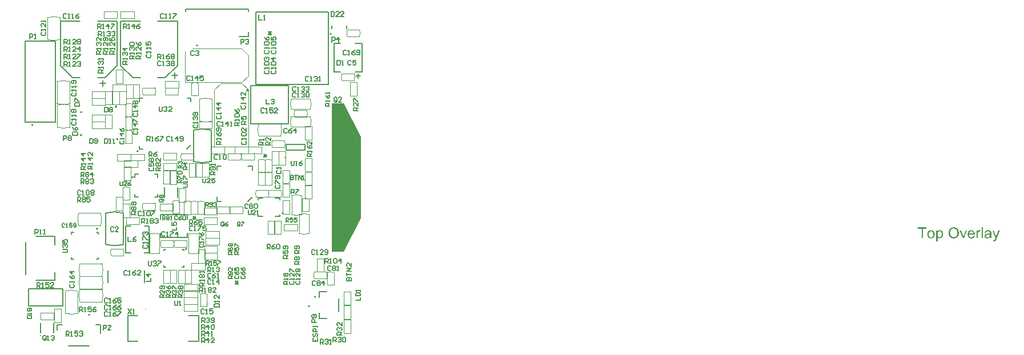
<source format=gto>
G04*
G04 #@! TF.GenerationSoftware,Altium Limited,Altium Designer,20.0.13 (296)*
G04*
G04 Layer_Color=65535*
%FSLAX42Y42*%
%MOMM*%
G71*
G01*
G75*
%ADD10C,0.20*%
%ADD11C,0.10*%
%ADD12C,0.15*%
%ADD13C,0.15*%
%ADD14C,0.13*%
G36*
X4980Y3100D02*
X4730Y3600D01*
X4550D01*
Y1400D01*
X4730D01*
X4980Y1900D01*
Y3100D01*
D02*
G37*
G36*
X13566Y1718D02*
X13567Y1718D01*
X13571Y1718D01*
X13575Y1717D01*
X13579Y1715D01*
X13584Y1713D01*
X13588Y1711D01*
X13588D01*
X13589Y1710D01*
X13590Y1709D01*
X13592Y1708D01*
X13595Y1705D01*
X13598Y1702D01*
X13600Y1699D01*
X13603Y1694D01*
X13605Y1689D01*
Y1689D01*
X13606Y1689D01*
X13606Y1688D01*
X13606Y1687D01*
X13607Y1686D01*
X13607Y1684D01*
X13608Y1680D01*
X13610Y1676D01*
X13610Y1671D01*
X13611Y1665D01*
X13611Y1659D01*
Y1659D01*
Y1658D01*
Y1657D01*
Y1656D01*
X13611Y1654D01*
Y1652D01*
X13611Y1648D01*
X13610Y1643D01*
X13609Y1638D01*
X13607Y1632D01*
X13605Y1627D01*
Y1626D01*
X13605Y1626D01*
X13604Y1625D01*
X13604Y1624D01*
X13602Y1622D01*
X13600Y1619D01*
X13598Y1615D01*
X13594Y1612D01*
X13591Y1608D01*
X13586Y1605D01*
X13586D01*
X13586Y1605D01*
X13585Y1604D01*
X13584Y1604D01*
X13582Y1603D01*
X13579Y1601D01*
X13575Y1600D01*
X13570Y1599D01*
X13566Y1598D01*
X13561Y1597D01*
X13559D01*
X13557Y1598D01*
X13555Y1598D01*
X13552Y1598D01*
X13549Y1599D01*
X13546Y1600D01*
X13543Y1601D01*
X13543Y1602D01*
X13542Y1602D01*
X13540Y1603D01*
X13538Y1604D01*
X13537Y1606D01*
X13534Y1608D01*
X13532Y1610D01*
X13530Y1612D01*
Y1556D01*
X13511D01*
Y1716D01*
X13529D01*
Y1701D01*
X13529Y1701D01*
X13530Y1702D01*
X13531Y1704D01*
X13533Y1706D01*
X13535Y1708D01*
X13537Y1710D01*
X13540Y1712D01*
X13543Y1714D01*
X13543Y1714D01*
X13544Y1715D01*
X13546Y1715D01*
X13548Y1716D01*
X13551Y1717D01*
X13554Y1718D01*
X13558Y1718D01*
X13562Y1719D01*
X13565D01*
X13566Y1718D01*
D02*
G37*
G36*
X14154D02*
X14157Y1718D01*
X14160Y1717D01*
X14163Y1716D01*
X14167Y1714D01*
X14171Y1712D01*
X14163Y1694D01*
X14163Y1694D01*
X14162Y1695D01*
X14161Y1696D01*
X14159Y1696D01*
X14157Y1697D01*
X14154Y1698D01*
X14152Y1698D01*
X14149Y1698D01*
X14148D01*
X14147Y1698D01*
X14145Y1698D01*
X14144Y1697D01*
X14142Y1697D01*
X14140Y1696D01*
X14138Y1694D01*
X14138Y1694D01*
X14137Y1694D01*
X14136Y1693D01*
X14135Y1692D01*
X14134Y1690D01*
X14133Y1688D01*
X14132Y1686D01*
X14131Y1684D01*
X14130Y1683D01*
X14130Y1682D01*
X14130Y1680D01*
X14129Y1677D01*
X14128Y1673D01*
X14128Y1669D01*
X14128Y1665D01*
X14127Y1661D01*
Y1600D01*
X14108D01*
Y1716D01*
X14126D01*
Y1699D01*
X14126Y1699D01*
X14127Y1700D01*
X14128Y1703D01*
X14130Y1705D01*
X14132Y1708D01*
X14134Y1710D01*
X14136Y1713D01*
X14138Y1715D01*
X14138Y1715D01*
X14139Y1715D01*
X14140Y1716D01*
X14142Y1717D01*
X14143Y1717D01*
X14146Y1718D01*
X14148Y1718D01*
X14151Y1719D01*
X14152D01*
X14154Y1718D01*
D02*
G37*
G36*
X13922Y1600D02*
X13903D01*
X13859Y1716D01*
X13880D01*
X13905Y1647D01*
Y1646D01*
X13905Y1646D01*
X13905Y1645D01*
X13906Y1645D01*
X13906Y1642D01*
X13907Y1639D01*
X13908Y1636D01*
X13910Y1632D01*
X13911Y1628D01*
X13912Y1623D01*
X13913Y1624D01*
X13913Y1625D01*
X13914Y1627D01*
X13914Y1629D01*
X13915Y1632D01*
X13917Y1636D01*
X13918Y1640D01*
X13920Y1645D01*
X13946Y1716D01*
X13966D01*
X13922Y1600D01*
D02*
G37*
G36*
X14408Y1598D02*
Y1598D01*
X14407Y1597D01*
X14407Y1596D01*
X14406Y1595D01*
X14406Y1594D01*
X14405Y1592D01*
X14403Y1588D01*
X14402Y1583D01*
X14400Y1579D01*
X14398Y1575D01*
X14397Y1573D01*
X14397Y1572D01*
X14396Y1571D01*
X14396Y1570D01*
X14394Y1569D01*
X14393Y1566D01*
X14391Y1564D01*
X14389Y1562D01*
X14387Y1560D01*
X14384Y1558D01*
X14384Y1557D01*
X14383Y1557D01*
X14382Y1556D01*
X14380Y1555D01*
X14378Y1554D01*
X14375Y1554D01*
X14372Y1553D01*
X14368Y1553D01*
X14367D01*
X14366Y1553D01*
X14365D01*
X14363Y1554D01*
X14361Y1554D01*
X14358Y1555D01*
X14356Y1556D01*
X14354Y1574D01*
X14354D01*
X14355Y1574D01*
X14356Y1573D01*
X14357Y1573D01*
X14361Y1572D01*
X14365Y1572D01*
X14366D01*
X14367Y1572D01*
X14369D01*
X14372Y1573D01*
X14374Y1574D01*
X14375Y1574D01*
X14375D01*
X14376Y1575D01*
X14377Y1575D01*
X14378Y1576D01*
X14380Y1578D01*
X14381Y1580D01*
Y1581D01*
X14382Y1581D01*
X14382Y1582D01*
X14383Y1583D01*
X14384Y1585D01*
X14385Y1588D01*
X14386Y1591D01*
X14387Y1595D01*
Y1595D01*
X14388Y1596D01*
X14388Y1598D01*
X14389Y1600D01*
X14345Y1716D01*
X14366D01*
X14390Y1649D01*
Y1649D01*
X14391Y1648D01*
X14391Y1648D01*
X14391Y1647D01*
X14392Y1645D01*
X14392Y1644D01*
X14393Y1641D01*
X14395Y1637D01*
X14396Y1632D01*
X14397Y1627D01*
X14399Y1622D01*
Y1622D01*
X14399Y1623D01*
X14399Y1623D01*
X14400Y1624D01*
X14400Y1625D01*
X14400Y1627D01*
X14401Y1630D01*
X14402Y1634D01*
X14404Y1639D01*
X14405Y1644D01*
X14407Y1648D01*
X14432Y1716D01*
X14452D01*
X14408Y1598D01*
D02*
G37*
G36*
X14286Y1718D02*
X14290Y1718D01*
X14294Y1718D01*
X14298Y1717D01*
X14302Y1716D01*
X14305Y1715D01*
X14306Y1715D01*
X14307Y1714D01*
X14309Y1714D01*
X14311Y1713D01*
X14313Y1711D01*
X14315Y1710D01*
X14317Y1708D01*
X14319Y1706D01*
X14319Y1706D01*
X14320Y1705D01*
X14321Y1704D01*
X14322Y1703D01*
X14323Y1701D01*
X14324Y1699D01*
X14325Y1696D01*
X14325Y1693D01*
Y1693D01*
X14325Y1692D01*
X14326Y1691D01*
X14326Y1689D01*
Y1686D01*
X14326Y1683D01*
X14326Y1679D01*
Y1675D01*
Y1649D01*
Y1648D01*
Y1647D01*
Y1646D01*
Y1644D01*
Y1642D01*
Y1640D01*
X14327Y1634D01*
Y1628D01*
X14327Y1622D01*
X14327Y1620D01*
Y1618D01*
X14327Y1616D01*
X14328Y1614D01*
Y1614D01*
X14328Y1613D01*
X14328Y1611D01*
X14329Y1609D01*
X14329Y1607D01*
X14330Y1605D01*
X14331Y1603D01*
X14332Y1600D01*
X14312D01*
X14312Y1600D01*
X14311Y1601D01*
X14311Y1602D01*
X14310Y1604D01*
X14310Y1606D01*
X14309Y1609D01*
X14309Y1612D01*
X14308Y1615D01*
X14308D01*
X14308Y1614D01*
X14306Y1613D01*
X14304Y1611D01*
X14301Y1609D01*
X14298Y1607D01*
X14294Y1605D01*
X14291Y1603D01*
X14287Y1601D01*
X14286Y1601D01*
X14285Y1601D01*
X14283Y1600D01*
X14280Y1599D01*
X14277Y1599D01*
X14273Y1598D01*
X14269Y1598D01*
X14265Y1597D01*
X14263D01*
X14262Y1598D01*
X14260D01*
X14258Y1598D01*
X14254Y1599D01*
X14250Y1600D01*
X14244Y1601D01*
X14240Y1604D01*
X14236Y1607D01*
X14235Y1607D01*
X14234Y1608D01*
X14232Y1610D01*
X14231Y1613D01*
X14229Y1617D01*
X14227Y1621D01*
X14226Y1625D01*
X14226Y1628D01*
X14226Y1631D01*
Y1631D01*
Y1632D01*
X14226Y1634D01*
X14226Y1636D01*
X14226Y1638D01*
X14227Y1641D01*
X14228Y1644D01*
X14229Y1646D01*
X14229Y1646D01*
X14230Y1647D01*
X14231Y1649D01*
X14232Y1650D01*
X14233Y1652D01*
X14235Y1654D01*
X14237Y1656D01*
X14239Y1657D01*
X14240Y1658D01*
X14241Y1658D01*
X14242Y1659D01*
X14244Y1660D01*
X14246Y1661D01*
X14248Y1662D01*
X14251Y1663D01*
X14254Y1664D01*
X14254D01*
X14255Y1664D01*
X14256Y1665D01*
X14258Y1665D01*
X14260Y1665D01*
X14263Y1666D01*
X14267Y1666D01*
X14271Y1667D01*
X14271D01*
X14272Y1667D01*
X14273D01*
X14275Y1667D01*
X14277Y1668D01*
X14279Y1668D01*
X14282Y1668D01*
X14285Y1669D01*
X14290Y1670D01*
X14296Y1671D01*
X14301Y1672D01*
X14304Y1673D01*
X14306Y1674D01*
Y1674D01*
Y1675D01*
X14306Y1676D01*
Y1678D01*
Y1678D01*
Y1679D01*
Y1679D01*
Y1679D01*
Y1681D01*
X14306Y1683D01*
X14306Y1686D01*
X14305Y1688D01*
X14304Y1691D01*
X14303Y1694D01*
X14301Y1696D01*
X14300Y1696D01*
X14299Y1697D01*
X14297Y1698D01*
X14295Y1699D01*
X14292Y1700D01*
X14288Y1702D01*
X14284Y1702D01*
X14278Y1703D01*
X14276D01*
X14274Y1702D01*
X14270Y1702D01*
X14267Y1701D01*
X14264Y1700D01*
X14260Y1699D01*
X14258Y1698D01*
X14257Y1697D01*
X14257Y1697D01*
X14255Y1696D01*
X14254Y1694D01*
X14253Y1691D01*
X14251Y1688D01*
X14250Y1685D01*
X14248Y1681D01*
X14229Y1683D01*
Y1683D01*
X14229Y1684D01*
Y1684D01*
X14229Y1685D01*
X14230Y1687D01*
X14231Y1690D01*
X14232Y1693D01*
X14234Y1696D01*
X14235Y1700D01*
X14238Y1703D01*
X14238Y1703D01*
X14239Y1704D01*
X14240Y1705D01*
X14242Y1707D01*
X14244Y1709D01*
X14247Y1711D01*
X14251Y1713D01*
X14255Y1715D01*
X14255D01*
X14255Y1715D01*
X14256Y1715D01*
X14257Y1715D01*
X14259Y1716D01*
X14263Y1717D01*
X14266Y1717D01*
X14271Y1718D01*
X14276Y1718D01*
X14281Y1719D01*
X14284D01*
X14286Y1718D01*
D02*
G37*
G36*
X14202Y1600D02*
X14182D01*
Y1760D01*
X14202D01*
Y1600D01*
D02*
G37*
G36*
X13367Y1741D02*
X13314D01*
Y1600D01*
X13293D01*
Y1741D01*
X13240D01*
Y1760D01*
X13367D01*
Y1741D01*
D02*
G37*
G36*
X14035Y1718D02*
X14037Y1718D01*
X14039Y1718D01*
X14042Y1717D01*
X14045Y1717D01*
X14047Y1716D01*
X14051Y1715D01*
X14054Y1714D01*
X14057Y1712D01*
X14060Y1710D01*
X14063Y1708D01*
X14066Y1706D01*
X14069Y1703D01*
X14069Y1703D01*
X14070Y1702D01*
X14070Y1701D01*
X14071Y1700D01*
X14073Y1698D01*
X14074Y1696D01*
X14075Y1694D01*
X14076Y1691D01*
X14078Y1688D01*
X14079Y1685D01*
X14080Y1681D01*
X14082Y1677D01*
X14083Y1673D01*
X14083Y1668D01*
X14084Y1663D01*
X14084Y1658D01*
Y1658D01*
Y1657D01*
Y1655D01*
X14084Y1653D01*
X13997D01*
Y1653D01*
Y1652D01*
X13997Y1651D01*
Y1650D01*
X13997Y1648D01*
X13998Y1646D01*
X13999Y1642D01*
X14000Y1637D01*
X14002Y1632D01*
X14004Y1628D01*
X14008Y1624D01*
X14008D01*
X14008Y1623D01*
X14009Y1622D01*
X14011Y1620D01*
X14014Y1619D01*
X14018Y1617D01*
X14022Y1615D01*
X14027Y1614D01*
X14029Y1614D01*
X14032Y1614D01*
X14034D01*
X14036Y1614D01*
X14039Y1614D01*
X14041Y1615D01*
X14045Y1616D01*
X14048Y1617D01*
X14051Y1619D01*
X14051Y1619D01*
X14052Y1620D01*
X14053Y1622D01*
X14055Y1624D01*
X14057Y1626D01*
X14059Y1629D01*
X14061Y1633D01*
X14063Y1637D01*
X14083Y1635D01*
Y1635D01*
X14083Y1634D01*
X14083Y1633D01*
X14082Y1632D01*
X14082Y1631D01*
X14081Y1629D01*
X14079Y1625D01*
X14077Y1620D01*
X14073Y1616D01*
X14070Y1611D01*
X14065Y1607D01*
X14065D01*
X14064Y1607D01*
X14064Y1606D01*
X14063Y1606D01*
X14061Y1605D01*
X14060Y1604D01*
X14058Y1603D01*
X14056Y1602D01*
X14054Y1601D01*
X14051Y1600D01*
X14046Y1599D01*
X14039Y1598D01*
X14032Y1597D01*
X14030D01*
X14028Y1598D01*
X14026Y1598D01*
X14023Y1598D01*
X14020Y1599D01*
X14017Y1599D01*
X14011Y1601D01*
X14008Y1603D01*
X14004Y1604D01*
X14001Y1606D01*
X13998Y1608D01*
X13995Y1610D01*
X13992Y1613D01*
X13991Y1613D01*
X13991Y1614D01*
X13990Y1615D01*
X13989Y1616D01*
X13988Y1618D01*
X13987Y1619D01*
X13986Y1622D01*
X13984Y1624D01*
X13983Y1627D01*
X13981Y1631D01*
X13980Y1634D01*
X13979Y1638D01*
X13978Y1642D01*
X13977Y1647D01*
X13977Y1652D01*
X13977Y1657D01*
Y1657D01*
Y1658D01*
Y1660D01*
X13977Y1662D01*
X13977Y1664D01*
X13977Y1667D01*
X13978Y1670D01*
X13979Y1674D01*
X13980Y1681D01*
X13982Y1685D01*
X13983Y1689D01*
X13985Y1692D01*
X13987Y1696D01*
X13989Y1699D01*
X13992Y1703D01*
X13992Y1703D01*
X13992Y1703D01*
X13993Y1704D01*
X13995Y1705D01*
X13996Y1706D01*
X13998Y1708D01*
X14000Y1709D01*
X14002Y1711D01*
X14005Y1712D01*
X14008Y1714D01*
X14011Y1715D01*
X14015Y1716D01*
X14018Y1717D01*
X14022Y1718D01*
X14027Y1718D01*
X14031Y1719D01*
X14033D01*
X14035Y1718D01*
D02*
G37*
G36*
X13437D02*
X13439Y1718D01*
X13442Y1718D01*
X13444Y1717D01*
X13447Y1717D01*
X13453Y1715D01*
X13457Y1714D01*
X13460Y1712D01*
X13463Y1710D01*
X13466Y1708D01*
X13469Y1706D01*
X13472Y1703D01*
X13473Y1703D01*
X13473Y1702D01*
X13474Y1701D01*
X13475Y1700D01*
X13476Y1699D01*
X13477Y1696D01*
X13479Y1694D01*
X13480Y1692D01*
X13481Y1689D01*
X13483Y1685D01*
X13484Y1682D01*
X13485Y1678D01*
X13486Y1674D01*
X13487Y1669D01*
X13487Y1665D01*
X13488Y1660D01*
Y1659D01*
Y1659D01*
Y1658D01*
Y1656D01*
X13487Y1654D01*
X13487Y1652D01*
Y1650D01*
X13487Y1647D01*
X13486Y1641D01*
X13485Y1635D01*
X13483Y1630D01*
X13481Y1624D01*
Y1624D01*
X13480Y1624D01*
X13480Y1623D01*
X13479Y1622D01*
X13478Y1620D01*
X13476Y1617D01*
X13473Y1614D01*
X13470Y1611D01*
X13466Y1607D01*
X13461Y1604D01*
X13461D01*
X13461Y1604D01*
X13460Y1604D01*
X13459Y1603D01*
X13458Y1603D01*
X13456Y1602D01*
X13453Y1601D01*
X13449Y1600D01*
X13444Y1599D01*
X13439Y1598D01*
X13433Y1597D01*
X13431D01*
X13429Y1598D01*
X13427Y1598D01*
X13425Y1598D01*
X13422Y1599D01*
X13419Y1599D01*
X13413Y1601D01*
X13409Y1603D01*
X13406Y1604D01*
X13403Y1606D01*
X13400Y1608D01*
X13397Y1610D01*
X13394Y1613D01*
X13393Y1613D01*
X13393Y1614D01*
X13392Y1615D01*
X13391Y1616D01*
X13390Y1618D01*
X13389Y1619D01*
X13388Y1622D01*
X13386Y1625D01*
X13385Y1628D01*
X13383Y1631D01*
X13382Y1635D01*
X13381Y1639D01*
X13380Y1643D01*
X13380Y1648D01*
X13379Y1653D01*
X13379Y1658D01*
Y1659D01*
Y1659D01*
X13379Y1661D01*
Y1663D01*
X13379Y1666D01*
X13380Y1669D01*
X13380Y1672D01*
X13381Y1676D01*
X13382Y1680D01*
X13383Y1684D01*
X13385Y1688D01*
X13386Y1692D01*
X13388Y1696D01*
X13391Y1699D01*
X13393Y1703D01*
X13397Y1706D01*
X13397Y1706D01*
X13397Y1706D01*
X13398Y1707D01*
X13399Y1708D01*
X13401Y1709D01*
X13403Y1710D01*
X13405Y1711D01*
X13407Y1712D01*
X13409Y1713D01*
X13412Y1715D01*
X13418Y1717D01*
X13426Y1718D01*
X13429Y1718D01*
X13433Y1719D01*
X13436D01*
X13437Y1718D01*
D02*
G37*
G36*
X13774Y1763D02*
X13776D01*
X13778Y1762D01*
X13781Y1762D01*
X13784Y1762D01*
X13790Y1760D01*
X13797Y1759D01*
X13803Y1756D01*
X13807Y1754D01*
X13810Y1752D01*
X13810Y1752D01*
X13811Y1752D01*
X13812Y1751D01*
X13813Y1750D01*
X13815Y1749D01*
X13816Y1748D01*
X13820Y1745D01*
X13825Y1740D01*
X13829Y1735D01*
X13834Y1729D01*
X13837Y1723D01*
Y1722D01*
X13838Y1722D01*
X13838Y1721D01*
X13839Y1719D01*
X13840Y1718D01*
X13840Y1715D01*
X13841Y1713D01*
X13842Y1710D01*
X13843Y1707D01*
X13844Y1704D01*
X13845Y1700D01*
X13845Y1696D01*
X13846Y1688D01*
X13847Y1680D01*
Y1679D01*
Y1678D01*
Y1677D01*
X13846Y1675D01*
Y1673D01*
X13846Y1671D01*
X13846Y1668D01*
X13846Y1665D01*
X13844Y1658D01*
X13843Y1651D01*
X13840Y1644D01*
X13839Y1640D01*
X13837Y1636D01*
Y1636D01*
X13836Y1635D01*
X13836Y1634D01*
X13835Y1633D01*
X13834Y1631D01*
X13833Y1630D01*
X13830Y1625D01*
X13826Y1621D01*
X13821Y1616D01*
X13815Y1611D01*
X13809Y1607D01*
X13809D01*
X13808Y1606D01*
X13807Y1606D01*
X13806Y1605D01*
X13804Y1605D01*
X13802Y1604D01*
X13800Y1603D01*
X13797Y1602D01*
X13795Y1601D01*
X13792Y1600D01*
X13785Y1599D01*
X13778Y1598D01*
X13770Y1597D01*
X13768D01*
X13766Y1597D01*
X13764D01*
X13762Y1598D01*
X13759Y1598D01*
X13756Y1599D01*
X13750Y1600D01*
X13744Y1602D01*
X13737Y1605D01*
X13733Y1606D01*
X13730Y1608D01*
X13729Y1608D01*
X13729Y1609D01*
X13728Y1609D01*
X13727Y1610D01*
X13725Y1611D01*
X13724Y1612D01*
X13720Y1616D01*
X13715Y1620D01*
X13711Y1625D01*
X13706Y1631D01*
X13703Y1638D01*
Y1638D01*
X13702Y1639D01*
X13702Y1640D01*
X13701Y1641D01*
X13700Y1643D01*
X13700Y1645D01*
X13699Y1647D01*
X13698Y1650D01*
X13697Y1653D01*
X13696Y1656D01*
X13695Y1663D01*
X13694Y1670D01*
X13694Y1678D01*
Y1678D01*
Y1678D01*
Y1680D01*
X13694Y1682D01*
Y1684D01*
X13694Y1688D01*
X13695Y1692D01*
X13695Y1696D01*
X13696Y1701D01*
X13697Y1706D01*
X13699Y1711D01*
X13700Y1716D01*
X13703Y1721D01*
X13705Y1726D01*
X13708Y1731D01*
X13711Y1736D01*
X13715Y1740D01*
X13715Y1740D01*
X13716Y1741D01*
X13717Y1742D01*
X13719Y1744D01*
X13721Y1746D01*
X13723Y1747D01*
X13726Y1749D01*
X13730Y1752D01*
X13734Y1754D01*
X13738Y1756D01*
X13742Y1758D01*
X13747Y1759D01*
X13753Y1761D01*
X13758Y1762D01*
X13764Y1763D01*
X13770Y1763D01*
X13772D01*
X13774Y1763D01*
D02*
G37*
%LPC*%
G36*
X13560Y1703D02*
X13559D01*
X13558Y1703D01*
X13556Y1703D01*
X13553Y1702D01*
X13549Y1700D01*
X13546Y1698D01*
X13544Y1697D01*
X13542Y1695D01*
X13540Y1693D01*
X13538Y1691D01*
Y1691D01*
X13538Y1691D01*
X13537Y1690D01*
X13537Y1689D01*
X13536Y1688D01*
X13535Y1687D01*
X13534Y1685D01*
X13533Y1683D01*
X13532Y1681D01*
X13532Y1678D01*
X13531Y1675D01*
X13530Y1672D01*
X13529Y1669D01*
X13529Y1665D01*
X13529Y1662D01*
Y1657D01*
Y1657D01*
Y1656D01*
Y1655D01*
X13529Y1654D01*
Y1652D01*
X13529Y1650D01*
X13530Y1645D01*
X13531Y1639D01*
X13532Y1634D01*
X13535Y1629D01*
X13536Y1626D01*
X13538Y1624D01*
X13538Y1624D01*
X13539Y1623D01*
X13541Y1621D01*
X13544Y1619D01*
X13547Y1617D01*
X13551Y1615D01*
X13555Y1614D01*
X13557Y1614D01*
X13559Y1614D01*
X13561D01*
X13562Y1614D01*
X13564Y1614D01*
X13567Y1615D01*
X13571Y1616D01*
X13574Y1618D01*
X13578Y1621D01*
X13580Y1623D01*
X13582Y1625D01*
Y1625D01*
X13582Y1625D01*
X13583Y1626D01*
X13583Y1627D01*
X13584Y1628D01*
X13585Y1629D01*
X13586Y1631D01*
X13587Y1633D01*
X13587Y1635D01*
X13588Y1638D01*
X13589Y1641D01*
X13590Y1644D01*
X13590Y1647D01*
X13591Y1651D01*
X13591Y1655D01*
Y1659D01*
Y1659D01*
Y1660D01*
Y1661D01*
X13591Y1663D01*
Y1665D01*
X13591Y1667D01*
X13590Y1672D01*
X13589Y1677D01*
X13587Y1682D01*
X13585Y1687D01*
X13584Y1690D01*
X13582Y1692D01*
Y1692D01*
X13582Y1693D01*
X13580Y1694D01*
X13579Y1696D01*
X13576Y1698D01*
X13573Y1700D01*
X13569Y1702D01*
X13565Y1703D01*
X13563Y1703D01*
X13560Y1703D01*
D02*
G37*
G36*
X14306Y1658D02*
X14306D01*
X14306Y1658D01*
X14305Y1658D01*
X14304Y1658D01*
X14303Y1657D01*
X14302Y1657D01*
X14300Y1656D01*
X14298Y1656D01*
X14296Y1655D01*
X14294Y1655D01*
X14291Y1654D01*
X14288Y1653D01*
X14285Y1653D01*
X14282Y1652D01*
X14278Y1651D01*
X14274Y1651D01*
X14274D01*
X14272Y1650D01*
X14270Y1650D01*
X14267Y1650D01*
X14265Y1649D01*
X14262Y1648D01*
X14259Y1648D01*
X14257Y1647D01*
X14257D01*
X14256Y1646D01*
X14255Y1646D01*
X14254Y1645D01*
X14251Y1643D01*
X14249Y1640D01*
Y1640D01*
X14249Y1640D01*
X14248Y1639D01*
X14248Y1638D01*
X14247Y1636D01*
X14247Y1635D01*
X14247Y1633D01*
X14247Y1631D01*
Y1631D01*
Y1630D01*
X14247Y1628D01*
X14247Y1627D01*
X14248Y1625D01*
X14249Y1622D01*
X14250Y1620D01*
X14252Y1618D01*
X14253Y1618D01*
X14254Y1617D01*
X14255Y1616D01*
X14257Y1616D01*
X14259Y1615D01*
X14262Y1614D01*
X14266Y1613D01*
X14270Y1613D01*
X14272D01*
X14274Y1613D01*
X14277Y1614D01*
X14280Y1614D01*
X14283Y1615D01*
X14287Y1616D01*
X14290Y1618D01*
X14291Y1618D01*
X14291Y1619D01*
X14293Y1620D01*
X14295Y1622D01*
X14297Y1623D01*
X14299Y1626D01*
X14301Y1628D01*
X14303Y1631D01*
X14303Y1632D01*
X14303Y1633D01*
X14304Y1634D01*
X14305Y1636D01*
X14305Y1639D01*
X14306Y1642D01*
X14306Y1646D01*
X14306Y1651D01*
X14306Y1658D01*
D02*
G37*
G36*
X14031Y1703D02*
X14030D01*
X14029Y1702D01*
X14026Y1702D01*
X14023Y1701D01*
X14020Y1700D01*
X14016Y1699D01*
X14012Y1696D01*
X14008Y1693D01*
X14008Y1693D01*
X14007Y1692D01*
X14005Y1690D01*
X14004Y1687D01*
X14002Y1684D01*
X14000Y1679D01*
X13999Y1675D01*
X13998Y1669D01*
X14063D01*
Y1669D01*
Y1670D01*
X14063Y1671D01*
Y1672D01*
X14062Y1674D01*
X14062Y1677D01*
X14061Y1681D01*
X14059Y1684D01*
X14058Y1688D01*
X14055Y1691D01*
Y1691D01*
X14055Y1691D01*
X14054Y1693D01*
X14052Y1695D01*
X14049Y1697D01*
X14045Y1699D01*
X14041Y1701D01*
X14036Y1702D01*
X14034Y1702D01*
X14031Y1703D01*
D02*
G37*
G36*
X13433D02*
X13432D01*
X13431Y1702D01*
X13428Y1702D01*
X13425Y1701D01*
X13421Y1700D01*
X13417Y1698D01*
X13413Y1695D01*
X13411Y1693D01*
X13409Y1691D01*
Y1691D01*
X13408Y1691D01*
X13408Y1690D01*
X13407Y1689D01*
X13406Y1688D01*
X13406Y1687D01*
X13405Y1685D01*
X13404Y1683D01*
X13403Y1681D01*
X13402Y1678D01*
X13401Y1676D01*
X13401Y1673D01*
X13400Y1669D01*
X13399Y1666D01*
X13399Y1662D01*
X13399Y1658D01*
Y1658D01*
Y1657D01*
Y1656D01*
X13399Y1654D01*
Y1653D01*
X13399Y1650D01*
X13400Y1646D01*
X13401Y1640D01*
X13403Y1634D01*
X13405Y1629D01*
X13407Y1627D01*
X13409Y1625D01*
X13409D01*
X13409Y1624D01*
X13411Y1623D01*
X13413Y1621D01*
X13415Y1619D01*
X13419Y1617D01*
X13423Y1615D01*
X13428Y1614D01*
X13430Y1614D01*
X13433Y1614D01*
X13435D01*
X13436Y1614D01*
X13438Y1614D01*
X13442Y1615D01*
X13445Y1616D01*
X13450Y1618D01*
X13454Y1621D01*
X13456Y1623D01*
X13458Y1625D01*
X13458Y1625D01*
X13458Y1625D01*
X13458Y1626D01*
X13459Y1627D01*
X13460Y1628D01*
X13461Y1629D01*
X13462Y1631D01*
X13463Y1633D01*
X13464Y1635D01*
X13464Y1638D01*
X13465Y1641D01*
X13466Y1644D01*
X13467Y1647D01*
X13467Y1651D01*
X13467Y1655D01*
Y1659D01*
Y1659D01*
Y1660D01*
Y1661D01*
X13467Y1662D01*
Y1664D01*
X13467Y1666D01*
X13466Y1671D01*
X13465Y1676D01*
X13463Y1682D01*
X13461Y1687D01*
X13459Y1689D01*
X13458Y1691D01*
Y1692D01*
X13457Y1692D01*
X13456Y1693D01*
X13454Y1695D01*
X13451Y1697D01*
X13447Y1699D01*
X13443Y1701D01*
X13439Y1702D01*
X13436Y1702D01*
X13433Y1703D01*
D02*
G37*
G36*
X13770Y1745D02*
X13768D01*
X13766Y1744D01*
X13764Y1744D01*
X13762Y1744D01*
X13760Y1743D01*
X13757Y1743D01*
X13751Y1741D01*
X13748Y1740D01*
X13744Y1738D01*
X13741Y1736D01*
X13738Y1734D01*
X13734Y1732D01*
X13731Y1729D01*
X13731Y1729D01*
X13731Y1728D01*
X13730Y1727D01*
X13729Y1726D01*
X13728Y1724D01*
X13726Y1722D01*
X13725Y1720D01*
X13723Y1717D01*
X13722Y1714D01*
X13720Y1710D01*
X13719Y1706D01*
X13718Y1701D01*
X13717Y1696D01*
X13716Y1690D01*
X13716Y1684D01*
X13715Y1678D01*
Y1677D01*
Y1676D01*
Y1675D01*
X13716Y1673D01*
X13716Y1670D01*
X13716Y1668D01*
X13717Y1664D01*
X13717Y1661D01*
X13719Y1654D01*
X13720Y1650D01*
X13722Y1646D01*
X13724Y1642D01*
X13726Y1639D01*
X13728Y1635D01*
X13731Y1632D01*
X13731Y1632D01*
X13731Y1631D01*
X13732Y1630D01*
X13734Y1629D01*
X13735Y1628D01*
X13737Y1627D01*
X13739Y1625D01*
X13741Y1624D01*
X13744Y1622D01*
X13747Y1621D01*
X13750Y1619D01*
X13754Y1618D01*
X13758Y1617D01*
X13761Y1616D01*
X13765Y1616D01*
X13770Y1615D01*
X13771D01*
X13772Y1616D01*
X13774D01*
X13776Y1616D01*
X13778Y1616D01*
X13781Y1617D01*
X13784Y1617D01*
X13787Y1618D01*
X13790Y1619D01*
X13793Y1621D01*
X13797Y1622D01*
X13800Y1624D01*
X13803Y1626D01*
X13806Y1629D01*
X13809Y1632D01*
X13810Y1632D01*
X13810Y1633D01*
X13811Y1634D01*
X13812Y1635D01*
X13813Y1637D01*
X13814Y1639D01*
X13816Y1641D01*
X13817Y1644D01*
X13819Y1647D01*
X13820Y1651D01*
X13821Y1655D01*
X13823Y1659D01*
X13824Y1664D01*
X13824Y1669D01*
X13825Y1674D01*
X13825Y1680D01*
Y1680D01*
Y1681D01*
Y1682D01*
Y1683D01*
X13825Y1685D01*
Y1687D01*
X13825Y1689D01*
X13824Y1691D01*
X13823Y1697D01*
X13822Y1702D01*
X13821Y1708D01*
X13818Y1714D01*
Y1714D01*
X13818Y1715D01*
X13818Y1715D01*
X13817Y1716D01*
X13815Y1719D01*
X13813Y1722D01*
X13811Y1726D01*
X13807Y1730D01*
X13803Y1733D01*
X13799Y1737D01*
X13799D01*
X13798Y1737D01*
X13798Y1737D01*
X13797Y1738D01*
X13795Y1738D01*
X13794Y1739D01*
X13790Y1741D01*
X13786Y1742D01*
X13781Y1743D01*
X13776Y1744D01*
X13770Y1745D01*
D02*
G37*
%LPD*%
D10*
X233Y156D02*
G03*
X233Y156I-5J0D01*
G01*
X120Y3280D02*
G03*
X120Y3280I-10J0D01*
G01*
X2560Y4460D02*
G03*
X2560Y4460I-10J0D01*
G01*
X841Y3129D02*
G03*
X841Y3129I-10J0D01*
G01*
X1380Y3071D02*
G03*
X1380Y3071I-10J0D01*
G01*
X1680Y2890D02*
G03*
X1680Y2890I-10J0D01*
G01*
X1360Y3550D02*
G03*
X1360Y3550I-10J0D01*
G01*
X841Y3470D02*
G03*
X841Y3470I-10J0D01*
G01*
X2504Y2736D02*
G03*
X2759Y2736I126J472D01*
G01*
Y3204D02*
G03*
X2504Y3204I-129J-471D01*
G01*
X4545Y4630D02*
G03*
X4545Y4630I-10J0D01*
G01*
X4310Y730D02*
G03*
X4310Y730I-10J0D01*
G01*
X1201Y1506D02*
G03*
X1456Y1506I129J471D01*
G01*
Y1974D02*
G03*
X1201Y1974I-126J-472D01*
G01*
X1790Y550D02*
G03*
X1790Y550I-5J0D01*
G01*
X1080Y1740D02*
G03*
X1080Y1740I-10J0D01*
G01*
X962Y465D02*
G03*
X962Y465I-10J0D01*
G01*
X2400Y1440D02*
G03*
X2400Y1440I-10J0D01*
G01*
X4220Y590D02*
G03*
X4220Y590I-10J0D01*
G01*
X1607Y2507D02*
G03*
X1607Y2507I-10J0D01*
G01*
X2073Y2166D02*
G03*
X2073Y2166I-5J0D01*
G01*
X530Y4160D02*
Y4820D01*
X820D01*
X710Y3980D02*
X820D01*
X530Y4160D02*
X710Y3980D01*
X1190D02*
X1370Y4160D01*
X1080Y3980D02*
X1190D01*
X1080Y4820D02*
X1370D01*
Y4160D02*
Y4820D01*
X1420Y4160D02*
Y4820D01*
X1710D01*
X1600Y3980D02*
X1710D01*
X1420Y4160D02*
X1600Y3980D01*
X2080D02*
X2260Y4160D01*
X1970Y3980D02*
X2080D01*
X1970Y4820D02*
X2260D01*
Y4160D02*
Y4820D01*
X1700Y3630D02*
Y3680D01*
X1750D01*
X1700Y2920D02*
Y2970D01*
Y2920D02*
X1750D01*
X2400D02*
X2460Y2980D01*
X2410Y3680D02*
X2460D01*
Y3630D02*
Y3680D01*
X2760Y2736D02*
Y3204D01*
X2503Y2736D02*
Y3204D01*
X4770Y4710D02*
Y4750D01*
X4550Y4710D02*
Y4750D01*
X1457Y1506D02*
Y1974D01*
X1200Y1506D02*
Y1974D01*
X3290Y3790D02*
Y3807D01*
X3307D01*
Y3790D01*
X3290D01*
D11*
X336Y4546D02*
G03*
X524Y4546I94J316D01*
G01*
Y4874D02*
G03*
X336Y4874I-94J-316D01*
G01*
X664Y3924D02*
G03*
X476Y3924I-94J-316D01*
G01*
Y3596D02*
G03*
X664Y3596I94J316D01*
G01*
X476Y3246D02*
G03*
X664Y3246I94J316D01*
G01*
Y3574D02*
G03*
X476Y3574I-94J-316D01*
G01*
X1590Y3190D02*
G03*
X1490Y3190I-50J-122D01*
G01*
X1490Y3010D02*
G03*
X1590Y3010I50J122D01*
G01*
X1590Y3390D02*
G03*
X1490Y3390I-50J-122D01*
G01*
X1490Y3210D02*
G03*
X1590Y3210I50J122D01*
G01*
X1590Y3590D02*
G03*
X1490Y3590I-50J-122D01*
G01*
X1490Y3410D02*
G03*
X1590Y3410I50J122D01*
G01*
X1750Y3830D02*
G03*
X1750Y3730I122J-50D01*
G01*
X1930Y3730D02*
G03*
X1930Y3830I-122J50D01*
G01*
X2270Y3730D02*
G03*
X2270Y3830I-122J50D01*
G01*
X2090Y3830D02*
G03*
X2090Y3730I122J-50D01*
G01*
X2570Y3900D02*
G03*
X2470Y3900I-50J-122D01*
G01*
X2470Y3720D02*
G03*
X2570Y3720I50J122D01*
G01*
X2586Y3336D02*
G03*
X2774Y3336I94J316D01*
G01*
Y3664D02*
G03*
X2586Y3664I-94J-316D01*
G01*
X2770Y3230D02*
G03*
X2770Y3330I-122J50D01*
G01*
X2590Y3330D02*
G03*
X2590Y3230I122J-50D01*
G01*
X3466Y3304D02*
G03*
X3466Y3116I316J-94D01*
G01*
X3794D02*
G03*
X3794Y3304I-316J94D01*
G01*
X4232Y3515D02*
G03*
X4232Y3665I-276J75D01*
G01*
X3948D02*
G03*
X3948Y3515I276J-75D01*
G01*
X4000Y3500D02*
G03*
X4000Y3400I122J-50D01*
G01*
X4180Y3400D02*
G03*
X4180Y3500I-122J50D01*
G01*
X4880Y3940D02*
G03*
X4880Y4040I-122J50D01*
G01*
X4700Y4040D02*
G03*
X4700Y3940I122J-50D01*
G01*
X4666Y3952D02*
G03*
X4666Y3952I-5J0D01*
G01*
X4780Y4690D02*
G03*
X4780Y4590I122J-50D01*
G01*
X4960Y4590D02*
G03*
X4960Y4690I-122J50D01*
G01*
X3948Y3405D02*
G03*
X3948Y3255I276J-75D01*
G01*
X4232D02*
G03*
X4232Y3405I-276J75D01*
G01*
X3850Y2950D02*
G03*
X3850Y3050I-122J50D01*
G01*
X3670Y3050D02*
G03*
X3670Y2950I122J-50D01*
G01*
X3220Y2860D02*
G03*
X3220Y2760I122J-50D01*
G01*
X3400Y2760D02*
G03*
X3400Y2860I-122J50D01*
G01*
X4480Y910D02*
G03*
X4580Y910I50J122D01*
G01*
X4580Y1090D02*
G03*
X4480Y1090I-50J-122D01*
G01*
X4290Y1100D02*
G03*
X4290Y1000I122J-50D01*
G01*
X4470Y1000D02*
G03*
X4470Y1100I-122J50D01*
G01*
X4065Y1668D02*
G03*
X4215Y1668I75J276D01*
G01*
Y1952D02*
G03*
X4065Y1952I-75J-276D01*
G01*
X2700Y770D02*
G03*
X2600Y770I-50J-122D01*
G01*
X2600Y590D02*
G03*
X2700Y590I50J122D01*
G01*
X3955Y1948D02*
G03*
X4105Y1948I75J276D01*
G01*
Y2232D02*
G03*
X3955Y2232I-75J-276D01*
G01*
X4210Y2180D02*
G03*
X4110Y2180I-50J-122D01*
G01*
X4110Y2000D02*
G03*
X4210Y2000I50J122D01*
G01*
X3800Y2210D02*
G03*
X3800Y2310I-122J50D01*
G01*
X3620Y2310D02*
G03*
X3620Y2210I122J-50D01*
G01*
X3820Y2420D02*
G03*
X3920Y2420I50J122D01*
G01*
X3920Y2600D02*
G03*
X3820Y2600I-50J-122D01*
G01*
X3610Y2210D02*
G03*
X3610Y2310I-122J50D01*
G01*
X3430Y2310D02*
G03*
X3430Y2210I122J-50D01*
G01*
X3460Y2580D02*
G03*
X3560Y2580I50J122D01*
G01*
X3560Y2760D02*
G03*
X3460Y2760I-50J-122D01*
G01*
X3560Y2580D02*
G03*
X3660Y2580I50J122D01*
G01*
X3660Y2760D02*
G03*
X3560Y2760I-50J-122D01*
G01*
X3019Y2860D02*
G03*
X3018Y2760I122J-50D01*
G01*
X3198Y2760D02*
G03*
X3199Y2860I-122J50D01*
G01*
X3660Y2570D02*
G03*
X3560Y2570I-50J-122D01*
G01*
X3560Y2390D02*
G03*
X3660Y2390I50J122D01*
G01*
X3560Y2570D02*
G03*
X3460Y2570I-50J-122D01*
G01*
X3460Y2390D02*
G03*
X3560Y2390I50J122D01*
G01*
X2500Y2760D02*
G03*
X2500Y2860I-122J50D01*
G01*
X2320Y2860D02*
G03*
X2320Y2760I122J-50D01*
G01*
X2050Y2410D02*
G03*
X2150Y2410I50J122D01*
G01*
X2150Y2590D02*
G03*
X2050Y2590I-50J-122D01*
G01*
X2771Y2408D02*
G03*
X2771Y2408I-5J0D01*
G01*
X1550Y2350D02*
G03*
X1450Y2350I-50J-122D01*
G01*
X1450Y2170D02*
G03*
X1550Y2170I50J122D01*
G01*
X1280Y1440D02*
G03*
X1280Y1340I122J-50D01*
G01*
X1460Y1340D02*
G03*
X1460Y1440I-122J50D01*
G01*
X1124Y1786D02*
G03*
X1124Y1974I-316J94D01*
G01*
X796Y1974D02*
G03*
X796Y1786I316J-94D01*
G01*
X1144Y1036D02*
G03*
X1144Y1224I-316J94D01*
G01*
X816Y1224D02*
G03*
X816Y1036I316J-94D01*
G01*
X1144Y846D02*
G03*
X1144Y1034I-316J94D01*
G01*
X816Y1034D02*
G03*
X816Y846I316J-94D01*
G01*
X1144Y656D02*
G03*
X1144Y844I-316J94D01*
G01*
X816Y844D02*
G03*
X816Y656I316J-94D01*
G01*
X596Y486D02*
G03*
X784Y486I94J316D01*
G01*
X784Y814D02*
G03*
X596Y814I-94J-316D01*
G01*
X245Y570D02*
G03*
X245Y570I-5J0D01*
G01*
X2670Y1380D02*
G03*
X2670Y1280I122J-50D01*
G01*
X2850Y1280D02*
G03*
X2850Y1380I-122J50D01*
G01*
X2850Y1380D02*
G03*
X2850Y1480I-122J50D01*
G01*
X2670Y1480D02*
G03*
X2670Y1380I122J-50D01*
G01*
X2575Y1662D02*
G03*
X2425Y1662I-75J-276D01*
G01*
Y1378D02*
G03*
X2575Y1378I75J276D01*
G01*
X1995Y1662D02*
G03*
X1845Y1662I-75J-276D01*
G01*
Y1378D02*
G03*
X1995Y1378I75J276D01*
G01*
X2200Y1470D02*
G03*
X2200Y1570I-122J50D01*
G01*
X2020Y1570D02*
G03*
X2020Y1470I122J-50D01*
G01*
X2220Y1570D02*
G03*
X2220Y1470I122J-50D01*
G01*
X2400Y1470D02*
G03*
X2400Y1570I-122J50D01*
G01*
X2290Y2150D02*
G03*
X2190Y2150I-50J-122D01*
G01*
X2190Y1970D02*
G03*
X2290Y1970I50J122D01*
G01*
X2660Y2140D02*
G03*
X2560Y2140I-50J-122D01*
G01*
X2560Y1960D02*
G03*
X2660Y1960I50J122D01*
G01*
X2560Y2140D02*
G03*
X2460Y2140I-50J-122D01*
G01*
X2460Y1960D02*
G03*
X2560Y1960I50J122D01*
G01*
X2717Y629D02*
G03*
X2717Y629I-5J0D01*
G01*
X1930Y2020D02*
G03*
X1930Y2120I-122J50D01*
G01*
X1750Y2120D02*
G03*
X1750Y2020I122J-50D01*
G01*
X2480Y4410D02*
X3210D01*
X2370Y3910D02*
Y4370D01*
X4149Y3060D02*
Y3260D01*
X4250Y3060D02*
Y3260D01*
X4149D02*
X4250D01*
X4149Y3060D02*
X4250D01*
X439Y350D02*
Y550D01*
X540Y350D02*
Y550D01*
X439D02*
X540D01*
X439Y350D02*
X540D01*
X230Y389D02*
X430D01*
X230Y490D02*
X430D01*
X230Y389D02*
Y490D01*
X430Y389D02*
Y490D01*
X336Y4546D02*
Y4874D01*
X524Y4546D02*
Y4874D01*
X1170Y4961D02*
X1370D01*
X1170Y4860D02*
X1370D01*
Y4961D01*
X1170Y4860D02*
Y4961D01*
X1420D02*
X1620D01*
X1420Y4860D02*
X1620D01*
Y4961D01*
X1420Y4860D02*
Y4961D01*
X2370Y3910D02*
X3210D01*
X3310Y4010D02*
Y4310D01*
X3210Y3910D02*
X3310Y4010D01*
X3210Y4410D02*
X3310Y4310D01*
X664Y3596D02*
Y3924D01*
X476Y3596D02*
Y3924D01*
Y3246D02*
Y3574D01*
X664Y3246D02*
Y3574D01*
X990Y3679D02*
X1190D01*
X990Y3780D02*
X1190D01*
X990Y3679D02*
Y3780D01*
X1190Y3679D02*
Y3780D01*
X990Y3229D02*
X1190D01*
X990Y3330D02*
X1190D01*
X990Y3229D02*
Y3330D01*
X1190Y3229D02*
Y3330D01*
X990Y3329D02*
X1190D01*
X990Y3430D02*
X1190D01*
X990Y3329D02*
Y3430D01*
X1190Y3329D02*
Y3430D01*
X990Y3579D02*
X1190D01*
X990Y3680D02*
X1190D01*
X990Y3579D02*
Y3680D01*
X1190Y3579D02*
Y3680D01*
X1291Y3230D02*
Y3430D01*
X1190Y3230D02*
Y3430D01*
Y3230D02*
X1291D01*
X1190Y3430D02*
X1291D01*
Y3580D02*
Y3780D01*
X1190Y3580D02*
Y3780D01*
Y3580D02*
X1291D01*
X1190Y3780D02*
X1291D01*
X1401Y3580D02*
Y3780D01*
X1300Y3580D02*
Y3780D01*
Y3580D02*
X1401D01*
X1300Y3780D02*
X1401D01*
X1300Y3779D02*
X1500D01*
X1300Y3880D02*
X1500D01*
X1300Y3779D02*
Y3880D01*
X1500Y3779D02*
Y3880D01*
X1501Y3580D02*
Y3780D01*
X1400Y3580D02*
Y3780D01*
Y3580D02*
X1501D01*
X1400Y3780D02*
X1501D01*
X1451Y3900D02*
Y4100D01*
X1350Y3900D02*
Y4100D01*
Y3900D02*
X1451D01*
X1350Y4100D02*
X1451D01*
X1490Y3010D02*
Y3190D01*
X1590Y3010D02*
Y3190D01*
X1490Y3210D02*
Y3390D01*
X1590Y3210D02*
Y3390D01*
X1490Y3410D02*
Y3590D01*
X1590Y3410D02*
Y3590D01*
X1750Y3730D02*
X1930D01*
X1750Y3830D02*
X1930D01*
X1601Y3680D02*
Y3880D01*
X1500Y3680D02*
Y3880D01*
Y3680D02*
X1601D01*
X1500Y3880D02*
X1601D01*
X1701Y3680D02*
Y3880D01*
X1600Y3680D02*
Y3880D01*
Y3680D02*
X1701D01*
X1600Y3880D02*
X1701D01*
X2090Y3830D02*
X2270D01*
X2090Y3730D02*
X2270D01*
X2080Y3931D02*
X2280D01*
X2080Y3830D02*
X2280D01*
Y3931D01*
X2080Y3830D02*
Y3931D01*
X2470Y3720D02*
Y3900D01*
X2570Y3720D02*
Y3900D01*
X2586Y3336D02*
Y3664D01*
X2774Y3336D02*
Y3664D01*
X2590Y3330D02*
X2770D01*
X2590Y3230D02*
X2770D01*
X3310Y2960D02*
Y3800D01*
X2810Y2960D02*
Y3800D01*
Y2960D02*
X3310D01*
X2910Y3900D02*
X3210D01*
X3310Y3800D01*
X2810D02*
X2910Y3900D01*
X3466Y3304D02*
X3794D01*
X3466Y3116D02*
X3794D01*
X3948Y3515D02*
X4232D01*
X3948Y3665D02*
X4232D01*
X4000Y3400D02*
X4180D01*
X4000Y3500D02*
X4180D01*
X4921Y3710D02*
Y3910D01*
X4820Y3710D02*
Y3910D01*
Y3710D02*
X4921D01*
X4820Y3910D02*
X4921D01*
X4700Y4040D02*
X4880D01*
X4700Y3940D02*
X4880D01*
X4780Y4590D02*
X4960D01*
X4780Y4690D02*
X4960D01*
X3948Y3405D02*
X4232D01*
X3948Y3255D02*
X4232D01*
X4251Y2590D02*
Y2790D01*
X4150Y2590D02*
Y2790D01*
Y2590D02*
X4251D01*
X4150Y2790D02*
X4251D01*
X3670Y3050D02*
X3850D01*
X3670Y2950D02*
X3850D01*
X3220Y2760D02*
X3400D01*
X3220Y2860D02*
X3400D01*
X4729Y190D02*
Y390D01*
X4830Y190D02*
Y390D01*
X4729D02*
X4830D01*
X4729Y190D02*
X4830D01*
X4729Y400D02*
Y600D01*
X4830Y400D02*
Y600D01*
X4729D02*
X4830D01*
X4729Y400D02*
X4830D01*
X4729Y610D02*
Y810D01*
X4830Y610D02*
Y810D01*
X4729D02*
X4830D01*
X4729Y610D02*
X4830D01*
X4580Y910D02*
Y1090D01*
X4480Y910D02*
Y1090D01*
X4290Y1000D02*
X4470D01*
X4290Y1100D02*
X4470D01*
X4329D02*
Y1300D01*
X4430Y1100D02*
Y1300D01*
X4329D02*
X4430D01*
X4329Y1100D02*
X4430D01*
X4065Y1668D02*
Y1952D01*
X4215Y1668D02*
Y1952D01*
X3699Y1660D02*
Y1860D01*
X3800Y1660D02*
Y1860D01*
X3699D02*
X3800D01*
X3699Y1660D02*
X3800D01*
X3599D02*
Y1860D01*
X3700Y1660D02*
Y1860D01*
X3599D02*
X3700D01*
X3599Y1660D02*
X3700D01*
X2600Y590D02*
Y770D01*
X2700Y590D02*
Y770D01*
X4251Y2380D02*
Y2580D01*
X4150Y2380D02*
Y2580D01*
Y2380D02*
X4251D01*
X4150Y2580D02*
X4251D01*
X4149Y2190D02*
Y2390D01*
X4250Y2190D02*
Y2390D01*
X4149D02*
X4250D01*
X4149Y2190D02*
X4250D01*
X3819Y1960D02*
Y2160D01*
X3920Y1960D02*
Y2160D01*
X3819D02*
X3920D01*
X3819Y1960D02*
X3920D01*
X3955Y1948D02*
Y2232D01*
X4105Y1948D02*
Y2232D01*
X4110Y2000D02*
Y2180D01*
X4210Y2000D02*
Y2180D01*
X3819Y2210D02*
Y2410D01*
X3920Y2210D02*
Y2410D01*
X3819D02*
X3920D01*
X3819Y2210D02*
X3920D01*
X3620Y2310D02*
X3800D01*
X3620Y2210D02*
X3800D01*
X3920Y2420D02*
Y2600D01*
X3820Y2420D02*
Y2600D01*
X3430Y2310D02*
X3610D01*
X3430Y2210D02*
X3610D01*
X3761Y2690D02*
Y2890D01*
X3660Y2690D02*
Y2890D01*
Y2690D02*
X3761D01*
X3660Y2890D02*
X3761D01*
X3861Y2690D02*
Y2890D01*
X3760Y2690D02*
Y2890D01*
Y2690D02*
X3861D01*
X3760Y2890D02*
X3861D01*
X3560Y2580D02*
Y2760D01*
X3460Y2580D02*
Y2760D01*
X3660Y2580D02*
Y2760D01*
X3560Y2580D02*
Y2760D01*
X2760Y2859D02*
X2960D01*
X2760Y2960D02*
X2960D01*
X2760Y2859D02*
Y2960D01*
X2960Y2859D02*
Y2960D01*
X3018Y2760D02*
X3198D01*
X3018Y2860D02*
X3198D01*
X3310Y2961D02*
X3510D01*
X3310Y2860D02*
X3510D01*
Y2961D01*
X3310Y2860D02*
Y2961D01*
X3110D02*
X3310D01*
X3110Y2860D02*
X3310D01*
Y2961D01*
X3110Y2860D02*
Y2961D01*
X3560Y2390D02*
Y2570D01*
X3660Y2390D02*
Y2570D01*
X3460Y2390D02*
Y2570D01*
X3560Y2390D02*
Y2570D01*
X2629Y2510D02*
Y2710D01*
X2730Y2510D02*
Y2710D01*
X2629D02*
X2730D01*
X2629Y2510D02*
X2730D01*
X2320Y2860D02*
X2500D01*
X2320Y2760D02*
X2500D01*
X2050Y2861D02*
X2250D01*
X2050Y2760D02*
X2250D01*
Y2861D01*
X2050Y2760D02*
Y2861D01*
Y2609D02*
X2250D01*
X2050Y2710D02*
X2250D01*
X2050Y2609D02*
Y2710D01*
X2250Y2609D02*
Y2710D01*
X2149Y2400D02*
Y2600D01*
X2250Y2400D02*
Y2600D01*
X2149D02*
X2250D01*
X2149Y2400D02*
X2250D01*
X2150Y2410D02*
Y2590D01*
X2050Y2410D02*
Y2590D01*
X2279Y2140D02*
Y2340D01*
X2380Y2140D02*
Y2340D01*
X2279D02*
X2380D01*
X2279Y2140D02*
X2380D01*
X2631Y2510D02*
Y2710D01*
X2530Y2510D02*
Y2710D01*
Y2510D02*
X2631D01*
X2530Y2710D02*
X2631D01*
X2531Y2510D02*
Y2710D01*
X2430Y2510D02*
Y2710D01*
Y2510D02*
X2531D01*
X2430Y2710D02*
X2531D01*
X1570Y2851D02*
X1770D01*
X1570Y2750D02*
X1770D01*
Y2851D01*
X1570Y2750D02*
Y2851D01*
X1470Y2751D02*
X1670D01*
X1470Y2650D02*
X1670D01*
Y2751D01*
X1470Y2650D02*
Y2751D01*
X1370Y2749D02*
X1570D01*
X1370Y2850D02*
X1570D01*
X1370Y2749D02*
Y2850D01*
X1570Y2749D02*
Y2850D01*
X1469Y2460D02*
Y2660D01*
X1570Y2460D02*
Y2660D01*
X1469D02*
X1570D01*
X1469Y2460D02*
X1570D01*
X1450Y2170D02*
Y2350D01*
X1550Y2170D02*
Y2350D01*
X1349Y2010D02*
Y2210D01*
X1450Y2010D02*
Y2210D01*
X1349D02*
X1450D01*
X1349Y2010D02*
X1450D01*
X1700Y1809D02*
Y1910D01*
X1500Y1809D02*
Y1910D01*
X1700D01*
X1500Y1809D02*
X1700D01*
X1551Y1910D02*
Y2110D01*
X1450Y1910D02*
Y2110D01*
Y1910D02*
X1551D01*
X1450Y2110D02*
X1551D01*
X1280Y1340D02*
X1460D01*
X1280Y1440D02*
X1460D01*
X796Y1786D02*
X1124D01*
X796Y1974D02*
X1124D01*
X816Y1036D02*
X1144D01*
X816Y1224D02*
X1144D01*
X816Y846D02*
X1144D01*
X816Y1034D02*
X1144D01*
X816Y656D02*
X1144D01*
X816Y844D02*
X1144D01*
X596Y486D02*
Y814D01*
X784Y486D02*
Y814D01*
X2360Y519D02*
X2560D01*
X2360Y620D02*
X2560D01*
X2360Y519D02*
Y620D01*
X2560Y519D02*
Y620D01*
X2360Y619D02*
X2560D01*
X2360Y720D02*
X2560D01*
X2360Y619D02*
Y720D01*
X2560Y619D02*
Y720D01*
X2360Y719D02*
X2560D01*
X2360Y820D02*
X2560D01*
X2360Y719D02*
Y820D01*
X2560Y719D02*
Y820D01*
X2360Y819D02*
X2560D01*
X2360Y920D02*
X2560D01*
X2360Y819D02*
Y920D01*
X2560Y819D02*
Y920D01*
X2670Y1129D02*
Y1230D01*
X2470Y1129D02*
Y1230D01*
X2670D01*
X2470Y1129D02*
X2670D01*
X2471Y930D02*
Y1130D01*
X2370Y930D02*
Y1130D01*
Y930D02*
X2471D01*
X2370Y1130D02*
X2471D01*
X2371Y930D02*
Y1130D01*
X2270Y930D02*
Y1130D01*
Y930D02*
X2371D01*
X2270Y1130D02*
X2371D01*
X2251Y930D02*
Y1130D01*
X2150Y930D02*
Y1130D01*
Y930D02*
X2251D01*
X2150Y1130D02*
X2251D01*
X2151Y930D02*
Y1130D01*
X2050Y930D02*
Y1130D01*
Y930D02*
X2151D01*
X2050Y1130D02*
X2151D01*
X2670Y1280D02*
X2850D01*
X2670Y1380D02*
X2850D01*
X2570Y1430D02*
X2671D01*
X2570Y1230D02*
X2671D01*
X2570D02*
Y1430D01*
X2671Y1230D02*
Y1430D01*
X2670Y1480D02*
X2850D01*
X2670Y1380D02*
X2850D01*
X2680Y1601D02*
X2880D01*
X2680Y1500D02*
X2880D01*
Y1601D01*
X2680Y1500D02*
Y1601D01*
Y1701D02*
X2880D01*
X2680Y1600D02*
X2880D01*
Y1701D01*
X2680Y1600D02*
Y1701D01*
X2575Y1378D02*
Y1662D01*
X2425Y1378D02*
Y1662D01*
X1995Y1378D02*
Y1662D01*
X1845Y1378D02*
Y1662D01*
X2020Y1570D02*
X2200D01*
X2020Y1470D02*
X2200D01*
X2220D02*
X2400D01*
X2220Y1570D02*
X2400D01*
X2190Y1970D02*
Y2150D01*
X2290Y1970D02*
Y2150D01*
X2000Y2009D02*
X2200D01*
X2000Y2110D02*
X2200D01*
X2000Y2009D02*
Y2110D01*
X2200Y2009D02*
Y2110D01*
X2560Y1960D02*
Y2140D01*
X2660Y1960D02*
Y2140D01*
X2460Y1960D02*
Y2140D01*
X2560Y1960D02*
Y2140D01*
X2359Y1950D02*
Y2150D01*
X2460Y1950D02*
Y2150D01*
X2359D02*
X2460D01*
X2359Y1950D02*
X2460D01*
X2650Y1949D02*
X2850D01*
X2650Y2050D02*
X2850D01*
X2650Y1949D02*
Y2050D01*
X2850Y1949D02*
Y2050D01*
X2650Y1810D02*
Y1911D01*
X2850Y1810D02*
Y1911D01*
X2650Y1810D02*
X2850D01*
X2650Y1911D02*
X2850D01*
X4040Y1709D02*
Y1810D01*
X3840Y1709D02*
Y1810D01*
X4040D01*
X3840Y1709D02*
X4040D01*
X3030Y2071D02*
X3230D01*
X3030Y1970D02*
X3230D01*
Y2071D01*
X3030Y1970D02*
Y2071D01*
X2840Y1969D02*
X3040D01*
X2840Y2070D02*
X3040D01*
X2840Y1969D02*
Y2070D01*
X3040Y1969D02*
Y2070D01*
X1750Y2120D02*
X1930D01*
X1750Y2020D02*
X1930D01*
D12*
X3855Y2800D02*
G03*
X3855Y2800I-5J0D01*
G01*
X428Y195D02*
Y345D01*
X232Y195D02*
Y345D01*
X-0Y3320D02*
X450D01*
X-0D02*
Y4520D01*
X450D01*
Y3320D02*
Y4520D01*
X3350Y3300D02*
Y3860D01*
Y3300D02*
X3910D01*
Y3860D01*
X3350D02*
X3910D01*
X3422Y4958D02*
X4497D01*
X3422Y3883D02*
Y4958D01*
Y3883D02*
X4497D01*
Y4958D01*
X4580Y4490D02*
X4680D01*
X5000Y4070D02*
Y4490D01*
X4900D02*
X5000D01*
X4580Y4070D02*
Y4490D01*
Y4070D02*
X4680D01*
X4900D02*
X5000D01*
X3870Y2910D02*
Y2990D01*
Y2910D02*
X4150D01*
Y2990D01*
X3870D02*
X4150D01*
X2847Y2147D02*
Y2211D01*
X3309Y2673D02*
X3373D01*
X2847Y2609D02*
Y2673D01*
Y2147D02*
X2911D01*
X3373Y2609D02*
Y2673D01*
X2847D02*
X2911D01*
X3309Y2147D02*
X3373Y2211D01*
X1497Y1780D02*
X1570D01*
X1843Y1380D02*
Y1780D01*
X1770D02*
X1843D01*
X1497Y1380D02*
Y1780D01*
Y1380D02*
X1570D01*
X1770D02*
X1843D01*
X1770Y940D02*
Y1120D01*
X1230Y940D02*
Y1120D01*
X56Y593D02*
Y847D01*
X564Y593D02*
Y847D01*
X56Y593D02*
X564D01*
X56Y847D02*
X564D01*
X2410Y1880D02*
Y1953D01*
X2010Y1607D02*
X2410D01*
Y1680D01*
X2010Y1953D02*
X2410D01*
X2010Y1880D02*
Y1953D01*
Y1607D02*
Y1680D01*
X1632Y2548D02*
X1677D01*
X1632Y2212D02*
X1677D01*
X1968D02*
Y2257D01*
X1923Y2548D02*
X1968D01*
X1632Y2503D02*
Y2548D01*
Y2212D02*
Y2257D01*
X1923Y2212D02*
X1968D01*
Y2503D02*
Y2548D01*
X2268Y2205D02*
Y2355D01*
X2072Y2205D02*
Y2355D01*
X2425Y70D02*
X2575D01*
Y450D01*
X2425D02*
X2575D01*
X1525Y70D02*
X1675D01*
X1525D02*
Y450D01*
X1675D01*
X1197Y3896D02*
X1110D01*
X1154Y3940D02*
Y3853D01*
X2267Y4016D02*
X2180D01*
X2224Y4060D02*
Y3973D01*
X4939Y3970D02*
Y4038D01*
X4905Y4004D02*
X4973D01*
D13*
X3828Y1970D02*
G03*
X3828Y1970I-8J0D01*
G01*
X10Y1057D02*
Y1543D01*
X165Y1625D02*
X440D01*
Y1502D02*
Y1625D01*
Y975D02*
Y1098D01*
X165Y975D02*
X440D01*
X3540Y2844D02*
X3583Y2801D01*
X3540D02*
X3583Y2844D01*
X3540Y2822D02*
X3583D01*
X3562Y2801D02*
Y2844D01*
X3610Y4664D02*
X3653Y4621D01*
X3610D02*
X3653Y4664D01*
X3610Y4642D02*
X3653D01*
X3632Y4621D02*
Y4664D01*
X2490Y1924D02*
X2533Y1881D01*
X2490D02*
X2533Y1924D01*
X2490Y1902D02*
X2533D01*
X2512Y1881D02*
Y1924D01*
X3120Y964D02*
X3163Y921D01*
X3120D02*
X3163Y964D01*
X3120Y942D02*
X3163D01*
X3142Y921D02*
Y964D01*
X150Y1660D02*
Y1730D01*
X185D01*
X197Y1718D01*
Y1695D01*
X185Y1683D01*
X150D01*
X220Y1660D02*
X243D01*
X232D01*
Y1730D01*
X220Y1718D01*
X278Y1660D02*
X302D01*
X290D01*
Y1730D01*
X278Y1718D01*
X2810Y580D02*
X2880D01*
Y615D01*
X2868Y627D01*
X2822D01*
X2810Y615D01*
Y580D01*
X2880Y650D02*
Y673D01*
Y662D01*
X2810D01*
X2822Y650D01*
X2880Y755D02*
Y708D01*
X2833Y755D01*
X2822D01*
X2810Y743D01*
Y720D01*
X2822Y708D01*
X180Y870D02*
Y940D01*
X215D01*
X227Y928D01*
Y905D01*
X215Y893D01*
X180D01*
X203D02*
X227Y870D01*
X250D02*
X273D01*
X262D01*
Y940D01*
X250Y928D01*
X355Y940D02*
X308D01*
Y905D01*
X332Y917D01*
X343D01*
X355Y905D01*
Y882D01*
X343Y870D01*
X320D01*
X308Y882D01*
X425Y870D02*
X378D01*
X425Y917D01*
Y928D01*
X413Y940D01*
X390D01*
X378Y928D01*
X2440Y1800D02*
Y1870D01*
X2475D01*
X2487Y1858D01*
Y1835D01*
X2475Y1823D01*
X2440D01*
X2463D02*
X2487Y1800D01*
X2557Y1870D02*
X2533Y1858D01*
X2510Y1835D01*
Y1812D01*
X2522Y1800D01*
X2545D01*
X2557Y1812D01*
Y1823D01*
X2545Y1835D01*
X2510D01*
X2627Y1870D02*
X2580D01*
Y1835D01*
X2603Y1847D01*
X2615D01*
X2627Y1835D01*
Y1812D01*
X2615Y1800D01*
X2592D01*
X2580Y1812D01*
X1317Y1758D02*
X1305Y1770D01*
X1282D01*
X1270Y1758D01*
Y1712D01*
X1282Y1700D01*
X1305D01*
X1317Y1712D01*
X1387Y1700D02*
X1340D01*
X1387Y1747D01*
Y1758D01*
X1375Y1770D01*
X1352D01*
X1340Y1758D01*
X1830Y1260D02*
Y1202D01*
X1842Y1190D01*
X1865D01*
X1877Y1202D01*
Y1260D01*
X1900Y1248D02*
X1912Y1260D01*
X1935D01*
X1947Y1248D01*
Y1237D01*
X1935Y1225D01*
X1923D01*
X1935D01*
X1947Y1213D01*
Y1202D01*
X1935Y1190D01*
X1912D01*
X1900Y1202D01*
X1970Y1260D02*
X2017D01*
Y1248D01*
X1970Y1202D01*
Y1190D01*
X1730Y1820D02*
Y1890D01*
X1765D01*
X1777Y1878D01*
Y1855D01*
X1765Y1843D01*
X1730D01*
X1753D02*
X1777Y1820D01*
X1800D02*
X1823D01*
X1812D01*
Y1890D01*
X1800Y1878D01*
X1858D02*
X1870Y1890D01*
X1893D01*
X1905Y1878D01*
Y1867D01*
X1893Y1855D01*
X1905Y1843D01*
Y1832D01*
X1893Y1820D01*
X1870D01*
X1858Y1832D01*
Y1843D01*
X1870Y1855D01*
X1858Y1867D01*
Y1878D01*
X1870Y1855D02*
X1893D01*
X1928Y1878D02*
X1940Y1890D01*
X1963D01*
X1975Y1878D01*
Y1867D01*
X1963Y1855D01*
X1952D01*
X1963D01*
X1975Y1843D01*
Y1832D01*
X1963Y1820D01*
X1940D01*
X1928Y1832D01*
X2590Y800D02*
Y870D01*
X2625D01*
X2637Y858D01*
Y835D01*
X2625Y823D01*
X2590D01*
X2613D02*
X2637Y800D01*
X2660D02*
X2683D01*
X2672D01*
Y870D01*
X2660Y858D01*
X2718D02*
X2730Y870D01*
X2753D01*
X2765Y858D01*
Y847D01*
X2753Y835D01*
X2765Y823D01*
Y812D01*
X2753Y800D01*
X2730D01*
X2718Y812D01*
Y823D01*
X2730Y835D01*
X2718Y847D01*
Y858D01*
X2730Y835D02*
X2753D01*
X2835Y800D02*
X2788D01*
X2835Y847D01*
Y858D01*
X2823Y870D01*
X2800D01*
X2788Y858D01*
X2660Y890D02*
X2590D01*
Y925D01*
X2602Y937D01*
X2625D01*
X2637Y925D01*
Y890D01*
Y913D02*
X2660Y937D01*
Y960D02*
Y983D01*
Y972D01*
X2590D01*
X2602Y960D01*
Y1018D02*
X2590Y1030D01*
Y1053D01*
X2602Y1065D01*
X2613D01*
X2625Y1053D01*
X2637Y1065D01*
X2648D01*
X2660Y1053D01*
Y1030D01*
X2648Y1018D01*
X2637D01*
X2625Y1030D01*
X2613Y1018D01*
X2602D01*
X2625Y1030D02*
Y1053D01*
X2660Y1088D02*
Y1112D01*
Y1100D01*
X2590D01*
X2602Y1088D01*
X1530Y1620D02*
Y1550D01*
X1577D01*
X1647Y1620D02*
X1623Y1608D01*
X1600Y1585D01*
Y1562D01*
X1612Y1550D01*
X1635D01*
X1647Y1562D01*
Y1573D01*
X1635Y1585D01*
X1600D01*
X2180Y1720D02*
X2250D01*
Y1767D01*
X2180Y1837D02*
Y1790D01*
X2215D01*
X2203Y1813D01*
Y1825D01*
X2215Y1837D01*
X2238D01*
X2250Y1825D01*
Y1802D01*
X2238Y1790D01*
X2487Y1768D02*
X2475Y1780D01*
X2452D01*
X2440Y1768D01*
Y1722D01*
X2452Y1710D01*
X2475D01*
X2487Y1722D01*
X2510Y1710D02*
X2533D01*
X2522D01*
Y1780D01*
X2510Y1768D01*
X2568Y1780D02*
X2615D01*
Y1768D01*
X2568Y1722D01*
Y1710D01*
X2685Y1780D02*
X2638D01*
Y1745D01*
X2662Y1757D01*
X2673D01*
X2685Y1745D01*
Y1722D01*
X2673Y1710D01*
X2650D01*
X2638Y1722D01*
X2077Y1688D02*
X2065Y1700D01*
X2042D01*
X2030Y1688D01*
Y1642D01*
X2042Y1630D01*
X2065D01*
X2077Y1642D01*
X2100Y1630D02*
X2123D01*
X2112D01*
Y1700D01*
X2100Y1688D01*
X2158Y1700D02*
X2205D01*
Y1688D01*
X2158Y1642D01*
Y1630D01*
X2263D02*
Y1700D01*
X2228Y1665D01*
X2275D01*
X2600Y1510D02*
X2590Y1500D01*
Y1480D01*
X2600Y1470D01*
X2640D01*
X2650Y1480D01*
Y1500D01*
X2640Y1510D01*
X2650Y1530D02*
Y1550D01*
Y1540D01*
X2590D01*
X2600Y1530D01*
X2590Y1580D02*
Y1620D01*
X2600D01*
X2640Y1580D01*
X2650D01*
X2590Y1680D02*
X2600Y1660D01*
X2620Y1640D01*
X2640D01*
X2650Y1650D01*
Y1670D01*
X2640Y1680D01*
X2630D01*
X2620Y1670D01*
Y1640D01*
X1762Y1497D02*
X1750Y1485D01*
Y1462D01*
X1762Y1450D01*
X1808D01*
X1820Y1462D01*
Y1485D01*
X1808Y1497D01*
X1820Y1520D02*
Y1543D01*
Y1532D01*
X1750D01*
X1762Y1520D01*
X1750Y1578D02*
Y1625D01*
X1762D01*
X1808Y1578D01*
X1820D01*
X1762Y1648D02*
X1750Y1660D01*
Y1683D01*
X1762Y1695D01*
X1773D01*
X1785Y1683D01*
Y1672D01*
Y1683D01*
X1797Y1695D01*
X1808D01*
X1820Y1683D01*
Y1660D01*
X1808Y1648D01*
X4767Y4378D02*
X4755Y4390D01*
X4732D01*
X4720Y4378D01*
Y4332D01*
X4732Y4320D01*
X4755D01*
X4767Y4332D01*
X4790Y4320D02*
X4813D01*
X4802D01*
Y4390D01*
X4790Y4378D01*
X4895Y4390D02*
X4872Y4378D01*
X4848Y4355D01*
Y4332D01*
X4860Y4320D01*
X4883D01*
X4895Y4332D01*
Y4343D01*
X4883Y4355D01*
X4848D01*
X4918Y4332D02*
X4930Y4320D01*
X4953D01*
X4965Y4332D01*
Y4378D01*
X4953Y4390D01*
X4930D01*
X4918Y4378D01*
Y4367D01*
X4930Y4355D01*
X4965D01*
X4540Y4960D02*
Y4890D01*
X4575D01*
X4587Y4902D01*
Y4948D01*
X4575Y4960D01*
X4540D01*
X4657Y4890D02*
X4610D01*
X4657Y4937D01*
Y4948D01*
X4645Y4960D01*
X4622D01*
X4610Y4948D01*
X4727Y4890D02*
X4680D01*
X4727Y4937D01*
Y4948D01*
X4715Y4960D01*
X4692D01*
X4680Y4948D01*
X3870Y1840D02*
Y1900D01*
X3900D01*
X3910Y1890D01*
Y1870D01*
X3900Y1860D01*
X3870D01*
X3890D02*
X3910Y1840D01*
X3970Y1900D02*
X3930D01*
Y1870D01*
X3950Y1880D01*
X3960D01*
X3970Y1870D01*
Y1850D01*
X3960Y1840D01*
X3940D01*
X3930Y1850D01*
X4030Y1900D02*
X3990D01*
Y1870D01*
X4010Y1880D01*
X4020D01*
X4030Y1870D01*
Y1850D01*
X4020Y1840D01*
X4000D01*
X3990Y1850D01*
X3940Y2530D02*
Y2470D01*
X3970D01*
X3980Y2480D01*
Y2490D01*
X3970Y2500D01*
X3940D01*
X3970D01*
X3980Y2510D01*
Y2520D01*
X3970Y2530D01*
X3940D01*
X4000D02*
X4040D01*
X4020D01*
Y2470D01*
X4060D02*
Y2530D01*
X4100Y2470D01*
Y2530D01*
X4120Y2470D02*
X4140D01*
X4130D01*
Y2530D01*
X4120Y2520D01*
X4770Y970D02*
X4840D01*
Y1005D01*
X4828Y1017D01*
X4817D01*
X4805Y1005D01*
Y970D01*
Y1005D01*
X4793Y1017D01*
X4782D01*
X4770Y1005D01*
Y970D01*
Y1040D02*
Y1087D01*
Y1063D01*
X4840D01*
Y1110D02*
X4770D01*
X4840Y1157D01*
X4770D01*
X4840Y1227D02*
Y1180D01*
X4793Y1227D01*
X4782D01*
X4770Y1215D01*
Y1192D01*
X4782Y1180D01*
X3742Y2607D02*
X3730Y2595D01*
Y2572D01*
X3742Y2560D01*
X3788D01*
X3800Y2572D01*
Y2595D01*
X3788Y2607D01*
X3800Y2630D02*
Y2653D01*
Y2642D01*
X3730D01*
X3742Y2630D01*
X2507Y4368D02*
X2495Y4380D01*
X2472D01*
X2460Y4368D01*
Y4322D01*
X2472Y4310D01*
X2495D01*
X2507Y4322D01*
X2530Y4368D02*
X2542Y4380D01*
X2565D01*
X2577Y4368D01*
Y4357D01*
X2565Y4345D01*
X2553D01*
X2565D01*
X2577Y4333D01*
Y4322D01*
X2565Y4310D01*
X2542D01*
X2530Y4322D01*
X4837Y4228D02*
X4825Y4240D01*
X4802D01*
X4790Y4228D01*
Y4182D01*
X4802Y4170D01*
X4825D01*
X4837Y4182D01*
X4907Y4240D02*
X4860D01*
Y4205D01*
X4883Y4217D01*
X4895D01*
X4907Y4205D01*
Y4182D01*
X4895Y4170D01*
X4872D01*
X4860Y4182D01*
X2857Y2828D02*
X2845Y2840D01*
X2822D01*
X2810Y2828D01*
Y2782D01*
X2822Y2770D01*
X2845D01*
X2857Y2782D01*
X2880Y2770D02*
X2903D01*
X2892D01*
Y2840D01*
X2880Y2828D01*
X2938D02*
X2950Y2840D01*
X2973D01*
X2985Y2828D01*
Y2782D01*
X2973Y2770D01*
X2950D01*
X2938Y2782D01*
Y2828D01*
X2757Y978D02*
X2745Y990D01*
X2722D01*
X2710Y978D01*
Y932D01*
X2722Y920D01*
X2745D01*
X2757Y932D01*
X2780Y920D02*
X2803D01*
X2792D01*
Y990D01*
X2780Y978D01*
X2873Y920D02*
Y990D01*
X2838Y955D01*
X2885D01*
X2657Y538D02*
X2645Y550D01*
X2622D01*
X2610Y538D01*
Y492D01*
X2622Y480D01*
X2645D01*
X2657Y492D01*
X2680Y480D02*
X2703D01*
X2692D01*
Y550D01*
X2680Y538D01*
X2785Y550D02*
X2738D01*
Y515D01*
X2762Y527D01*
X2773D01*
X2785Y515D01*
Y492D01*
X2773Y480D01*
X2750D01*
X2738Y492D01*
X1852Y2647D02*
X1840Y2635D01*
Y2612D01*
X1852Y2600D01*
X1898D01*
X1910Y2612D01*
Y2635D01*
X1898Y2647D01*
X1840Y2717D02*
Y2670D01*
X1875D01*
X1863Y2693D01*
Y2705D01*
X1875Y2717D01*
X1898D01*
X1910Y2705D01*
Y2682D01*
X1898Y2670D01*
X1852Y2740D02*
X1840Y2752D01*
Y2775D01*
X1852Y2787D01*
X1863D01*
X1875Y2775D01*
X1887Y2787D01*
X1898D01*
X1910Y2775D01*
Y2752D01*
X1898Y2740D01*
X1887D01*
X1875Y2752D01*
X1863Y2740D01*
X1852D01*
X1875Y2752D02*
Y2775D01*
X2260Y1920D02*
X2250Y1930D01*
X2230D01*
X2220Y1920D01*
Y1880D01*
X2230Y1870D01*
X2250D01*
X2260Y1880D01*
X2320Y1930D02*
X2300Y1920D01*
X2280Y1900D01*
Y1880D01*
X2290Y1870D01*
X2310D01*
X2320Y1880D01*
Y1890D01*
X2310Y1900D01*
X2280D01*
X2340Y1920D02*
X2350Y1930D01*
X2370D01*
X2380Y1920D01*
Y1880D01*
X2370Y1870D01*
X2350D01*
X2340Y1880D01*
Y1920D01*
X2757Y1068D02*
X2745Y1080D01*
X2722D01*
X2710Y1068D01*
Y1022D01*
X2722Y1010D01*
X2745D01*
X2757Y1022D01*
X2827Y1080D02*
X2803Y1068D01*
X2780Y1045D01*
Y1022D01*
X2792Y1010D01*
X2815D01*
X2827Y1022D01*
Y1033D01*
X2815Y1045D01*
X2780D01*
X2850Y1010D02*
X2873D01*
X2862D01*
Y1080D01*
X2850Y1068D01*
X3887Y3218D02*
X3875Y3230D01*
X3852D01*
X3840Y3218D01*
Y3172D01*
X3852Y3160D01*
X3875D01*
X3887Y3172D01*
X3957Y3230D02*
X3933Y3218D01*
X3910Y3195D01*
Y3172D01*
X3922Y3160D01*
X3945D01*
X3957Y3172D01*
Y3183D01*
X3945Y3195D01*
X3910D01*
X4015Y3160D02*
Y3230D01*
X3980Y3195D01*
X4027D01*
X3120Y1040D02*
X3110Y1030D01*
Y1010D01*
X3120Y1000D01*
X3160D01*
X3170Y1010D01*
Y1030D01*
X3160Y1040D01*
X3110Y1100D02*
X3120Y1080D01*
X3140Y1060D01*
X3160D01*
X3170Y1070D01*
Y1090D01*
X3160Y1100D01*
X3150D01*
X3140Y1090D01*
Y1060D01*
X3110Y1160D02*
Y1120D01*
X3140D01*
X3130Y1140D01*
Y1150D01*
X3140Y1160D01*
X3160D01*
X3170Y1150D01*
Y1130D01*
X3160Y1120D01*
X3210Y1040D02*
X3200Y1030D01*
Y1010D01*
X3210Y1000D01*
X3250D01*
X3260Y1010D01*
Y1030D01*
X3250Y1040D01*
X3200Y1100D02*
X3210Y1080D01*
X3230Y1060D01*
X3250D01*
X3260Y1070D01*
Y1090D01*
X3250Y1100D01*
X3240D01*
X3230Y1090D01*
Y1060D01*
X3200Y1160D02*
X3210Y1140D01*
X3230Y1120D01*
X3250D01*
X3260Y1130D01*
Y1150D01*
X3250Y1160D01*
X3240D01*
X3230Y1150D01*
Y1120D01*
X3722Y2387D02*
X3710Y2375D01*
Y2352D01*
X3722Y2340D01*
X3768D01*
X3780Y2352D01*
Y2375D01*
X3768Y2387D01*
X3710Y2410D02*
Y2457D01*
X3722D01*
X3768Y2410D01*
X3780D01*
X3768Y2480D02*
X3780Y2492D01*
Y2515D01*
X3768Y2527D01*
X3722D01*
X3710Y2515D01*
Y2492D01*
X3722Y2480D01*
X3733D01*
X3745Y2492D01*
Y2527D01*
X3307Y2098D02*
X3295Y2110D01*
X3272D01*
X3260Y2098D01*
Y2052D01*
X3272Y2040D01*
X3295D01*
X3307Y2052D01*
X3330Y2098D02*
X3342Y2110D01*
X3365D01*
X3377Y2098D01*
Y2087D01*
X3365Y2075D01*
X3377Y2063D01*
Y2052D01*
X3365Y2040D01*
X3342D01*
X3330Y2052D01*
Y2063D01*
X3342Y2075D01*
X3330Y2087D01*
Y2098D01*
X3342Y2075D02*
X3365D01*
X3400Y2098D02*
X3412Y2110D01*
X3435D01*
X3447Y2098D01*
Y2052D01*
X3435Y2040D01*
X3412D01*
X3400Y2052D01*
Y2098D01*
X4537Y1178D02*
X4525Y1190D01*
X4502D01*
X4490Y1178D01*
Y1132D01*
X4502Y1120D01*
X4525D01*
X4537Y1132D01*
X4560Y1178D02*
X4572Y1190D01*
X4595D01*
X4607Y1178D01*
Y1167D01*
X4595Y1155D01*
X4607Y1143D01*
Y1132D01*
X4595Y1120D01*
X4572D01*
X4560Y1132D01*
Y1143D01*
X4572Y1155D01*
X4560Y1167D01*
Y1178D01*
X4572Y1155D02*
X4595D01*
X4630Y1120D02*
X4653D01*
X4642D01*
Y1190D01*
X4630Y1178D01*
X4307Y958D02*
X4295Y970D01*
X4272D01*
X4260Y958D01*
Y912D01*
X4272Y900D01*
X4295D01*
X4307Y912D01*
X4330Y958D02*
X4342Y970D01*
X4365D01*
X4377Y958D01*
Y947D01*
X4365Y935D01*
X4377Y923D01*
Y912D01*
X4365Y900D01*
X4342D01*
X4330Y912D01*
Y923D01*
X4342Y935D01*
X4330Y947D01*
Y958D01*
X4342Y935D02*
X4365D01*
X4435Y900D02*
Y970D01*
X4400Y935D01*
X4447D01*
X3222Y3037D02*
X3210Y3025D01*
Y3002D01*
X3222Y2990D01*
X3268D01*
X3280Y3002D01*
Y3025D01*
X3268Y3037D01*
X3280Y3060D02*
Y3083D01*
Y3072D01*
X3210D01*
X3222Y3060D01*
Y3118D02*
X3210Y3130D01*
Y3153D01*
X3222Y3165D01*
X3268D01*
X3280Y3153D01*
Y3130D01*
X3268Y3118D01*
X3222D01*
X3280Y3235D02*
Y3188D01*
X3233Y3235D01*
X3222D01*
X3210Y3223D01*
Y3200D01*
X3222Y3188D01*
X3562Y4087D02*
X3550Y4075D01*
Y4052D01*
X3562Y4040D01*
X3608D01*
X3620Y4052D01*
Y4075D01*
X3608Y4087D01*
X3620Y4110D02*
Y4133D01*
Y4122D01*
X3550D01*
X3562Y4110D01*
Y4168D02*
X3550Y4180D01*
Y4203D01*
X3562Y4215D01*
X3608D01*
X3620Y4203D01*
Y4180D01*
X3608Y4168D01*
X3562D01*
Y4238D02*
X3550Y4250D01*
Y4273D01*
X3562Y4285D01*
X3573D01*
X3585Y4273D01*
Y4262D01*
Y4273D01*
X3597Y4285D01*
X3608D01*
X3620Y4273D01*
Y4250D01*
X3608Y4238D01*
X3662Y4087D02*
X3650Y4075D01*
Y4052D01*
X3662Y4040D01*
X3708D01*
X3720Y4052D01*
Y4075D01*
X3708Y4087D01*
X3720Y4110D02*
Y4133D01*
Y4122D01*
X3650D01*
X3662Y4110D01*
Y4168D02*
X3650Y4180D01*
Y4203D01*
X3662Y4215D01*
X3708D01*
X3720Y4203D01*
Y4180D01*
X3708Y4168D01*
X3662D01*
X3720Y4273D02*
X3650D01*
X3685Y4238D01*
Y4285D01*
X3662Y4387D02*
X3650Y4375D01*
Y4352D01*
X3662Y4340D01*
X3708D01*
X3720Y4352D01*
Y4375D01*
X3708Y4387D01*
X3720Y4410D02*
Y4433D01*
Y4422D01*
X3650D01*
X3662Y4410D01*
Y4468D02*
X3650Y4480D01*
Y4503D01*
X3662Y4515D01*
X3708D01*
X3720Y4503D01*
Y4480D01*
X3708Y4468D01*
X3662D01*
X3650Y4585D02*
Y4538D01*
X3685D01*
X3673Y4562D01*
Y4573D01*
X3685Y4585D01*
X3708D01*
X3720Y4573D01*
Y4550D01*
X3708Y4538D01*
X3562Y4387D02*
X3550Y4375D01*
Y4352D01*
X3562Y4340D01*
X3608D01*
X3620Y4352D01*
Y4375D01*
X3608Y4387D01*
X3620Y4410D02*
Y4433D01*
Y4422D01*
X3550D01*
X3562Y4410D01*
Y4468D02*
X3550Y4480D01*
Y4503D01*
X3562Y4515D01*
X3608D01*
X3620Y4503D01*
Y4480D01*
X3608Y4468D01*
X3562D01*
X3550Y4585D02*
X3562Y4562D01*
X3585Y4538D01*
X3608D01*
X3620Y4550D01*
Y4573D01*
X3608Y4585D01*
X3597D01*
X3585Y4573D01*
Y4538D01*
X827Y2298D02*
X815Y2310D01*
X792D01*
X780Y2298D01*
Y2252D01*
X792Y2240D01*
X815D01*
X827Y2252D01*
X850Y2240D02*
X873D01*
X862D01*
Y2310D01*
X850Y2298D01*
X908D02*
X920Y2310D01*
X943D01*
X955Y2298D01*
Y2252D01*
X943Y2240D01*
X920D01*
X908Y2252D01*
Y2298D01*
X978D02*
X990Y2310D01*
X1013D01*
X1025Y2298D01*
Y2287D01*
X1013Y2275D01*
X1025Y2263D01*
Y2252D01*
X1013Y2240D01*
X990D01*
X978Y2252D01*
Y2263D01*
X990Y2275D01*
X978Y2287D01*
Y2298D01*
X990Y2275D02*
X1013D01*
X1812Y4327D02*
X1800Y4315D01*
Y4292D01*
X1812Y4280D01*
X1858D01*
X1870Y4292D01*
Y4315D01*
X1858Y4327D01*
X1870Y4350D02*
Y4373D01*
Y4362D01*
X1800D01*
X1812Y4350D01*
X1870Y4408D02*
Y4432D01*
Y4420D01*
X1800D01*
X1812Y4408D01*
X1800Y4513D02*
Y4467D01*
X1835D01*
X1823Y4490D01*
Y4502D01*
X1835Y4513D01*
X1858D01*
X1870Y4502D01*
Y4478D01*
X1858Y4467D01*
X617Y4918D02*
X605Y4930D01*
X582D01*
X570Y4918D01*
Y4872D01*
X582Y4860D01*
X605D01*
X617Y4872D01*
X640Y4860D02*
X663D01*
X652D01*
Y4930D01*
X640Y4918D01*
X698Y4860D02*
X722D01*
X710D01*
Y4930D01*
X698Y4918D01*
X803Y4930D02*
X780Y4918D01*
X757Y4895D01*
Y4872D01*
X768Y4860D01*
X792D01*
X803Y4872D01*
Y4883D01*
X792Y4895D01*
X757D01*
X2057Y4918D02*
X2045Y4930D01*
X2022D01*
X2010Y4918D01*
Y4872D01*
X2022Y4860D01*
X2045D01*
X2057Y4872D01*
X2080Y4860D02*
X2103D01*
X2092D01*
Y4930D01*
X2080Y4918D01*
X2138Y4860D02*
X2162D01*
X2150D01*
Y4930D01*
X2138Y4918D01*
X2197Y4930D02*
X2243D01*
Y4918D01*
X2197Y4872D01*
Y4860D01*
X702Y3327D02*
X690Y3315D01*
Y3292D01*
X702Y3280D01*
X748D01*
X760Y3292D01*
Y3315D01*
X748Y3327D01*
X760Y3350D02*
Y3373D01*
Y3362D01*
X690D01*
X702Y3350D01*
X760Y3408D02*
Y3432D01*
Y3420D01*
X690D01*
X702Y3408D01*
Y3467D02*
X690Y3478D01*
Y3502D01*
X702Y3513D01*
X713D01*
X725Y3502D01*
X737Y3513D01*
X748D01*
X760Y3502D01*
Y3478D01*
X748Y3467D01*
X737D01*
X725Y3478D01*
X713Y3467D01*
X702D01*
X725Y3478D02*
Y3502D01*
X702Y3757D02*
X690Y3745D01*
Y3722D01*
X702Y3710D01*
X748D01*
X760Y3722D01*
Y3745D01*
X748Y3757D01*
X760Y3780D02*
Y3803D01*
Y3792D01*
X690D01*
X702Y3780D01*
X760Y3838D02*
Y3862D01*
Y3850D01*
X690D01*
X702Y3838D01*
X748Y3897D02*
X760Y3908D01*
Y3932D01*
X748Y3943D01*
X702D01*
X690Y3932D01*
Y3908D01*
X702Y3897D01*
X713D01*
X725Y3908D01*
Y3943D01*
X252Y4657D02*
X240Y4645D01*
Y4622D01*
X252Y4610D01*
X298D01*
X310Y4622D01*
Y4645D01*
X298Y4657D01*
X310Y4680D02*
Y4703D01*
Y4692D01*
X240D01*
X252Y4680D01*
X310Y4785D02*
Y4738D01*
X263Y4785D01*
X252D01*
X240Y4773D01*
Y4750D01*
X252Y4738D01*
X310Y4808D02*
Y4832D01*
Y4820D01*
X240D01*
X252Y4808D01*
X3936Y963D02*
X3925Y952D01*
Y931D01*
X3936Y920D01*
X3979D01*
X3990Y931D01*
Y952D01*
X3979Y963D01*
X3990Y985D02*
Y1007D01*
Y996D01*
X3925D01*
X3936Y985D01*
X3990Y1082D02*
Y1039D01*
X3947Y1082D01*
X3936D01*
X3925Y1072D01*
Y1050D01*
X3936Y1039D01*
X3925Y1104D02*
Y1147D01*
X3936D01*
X3979Y1104D01*
X3990D01*
X4026Y963D02*
X4015Y952D01*
Y931D01*
X4026Y920D01*
X4069D01*
X4080Y931D01*
Y952D01*
X4069Y963D01*
X4080Y985D02*
Y1007D01*
Y996D01*
X4015D01*
X4026Y985D01*
X4080Y1082D02*
Y1039D01*
X4037Y1082D01*
X4026D01*
X4015Y1072D01*
Y1050D01*
X4026Y1039D01*
Y1104D02*
X4015Y1115D01*
Y1137D01*
X4026Y1147D01*
X4037D01*
X4048Y1137D01*
X4058Y1147D01*
X4069D01*
X4080Y1137D01*
Y1115D01*
X4069Y1104D01*
X4058D01*
X4048Y1115D01*
X4037Y1104D01*
X4026D01*
X4048Y1115D02*
Y1137D01*
X4297Y1418D02*
X4285Y1430D01*
X4262D01*
X4250Y1418D01*
Y1372D01*
X4262Y1360D01*
X4285D01*
X4297Y1372D01*
X4320Y1360D02*
X4343D01*
X4332D01*
Y1430D01*
X4320Y1418D01*
X4425Y1360D02*
X4378D01*
X4425Y1407D01*
Y1418D01*
X4413Y1430D01*
X4390D01*
X4378Y1418D01*
X4448Y1372D02*
X4460Y1360D01*
X4483D01*
X4495Y1372D01*
Y1418D01*
X4483Y1430D01*
X4460D01*
X4448Y1418D01*
Y1407D01*
X4460Y1395D01*
X4495D01*
X4017Y3748D02*
X4005Y3760D01*
X3982D01*
X3970Y3748D01*
Y3702D01*
X3982Y3690D01*
X4005D01*
X4017Y3702D01*
X4040Y3690D02*
X4063D01*
X4052D01*
Y3760D01*
X4040Y3748D01*
X4098D02*
X4110Y3760D01*
X4133D01*
X4145Y3748D01*
Y3737D01*
X4133Y3725D01*
X4122D01*
X4133D01*
X4145Y3713D01*
Y3702D01*
X4133Y3690D01*
X4110D01*
X4098Y3702D01*
X4168Y3748D02*
X4180Y3760D01*
X4203D01*
X4215Y3748D01*
Y3702D01*
X4203Y3690D01*
X4180D01*
X4168Y3702D01*
Y3748D01*
X4207Y3988D02*
X4195Y4000D01*
X4172D01*
X4160Y3988D01*
Y3942D01*
X4172Y3930D01*
X4195D01*
X4207Y3942D01*
X4230Y3930D02*
X4253D01*
X4242D01*
Y4000D01*
X4230Y3988D01*
X4288D02*
X4300Y4000D01*
X4323D01*
X4335Y3988D01*
Y3977D01*
X4323Y3965D01*
X4312D01*
X4323D01*
X4335Y3953D01*
Y3942D01*
X4323Y3930D01*
X4300D01*
X4288Y3942D01*
X4358Y3930D02*
X4382D01*
X4370D01*
Y4000D01*
X4358Y3988D01*
X4017Y3838D02*
X4005Y3850D01*
X3982D01*
X3970Y3838D01*
Y3792D01*
X3982Y3780D01*
X4005D01*
X4017Y3792D01*
X4040Y3780D02*
X4063D01*
X4052D01*
Y3850D01*
X4040Y3838D01*
X4098D02*
X4110Y3850D01*
X4133D01*
X4145Y3838D01*
Y3827D01*
X4133Y3815D01*
X4122D01*
X4133D01*
X4145Y3803D01*
Y3792D01*
X4133Y3780D01*
X4110D01*
X4098Y3792D01*
X4168Y3838D02*
X4180Y3850D01*
X4203D01*
X4215Y3838D01*
Y3827D01*
X4203Y3815D01*
X4192D01*
X4203D01*
X4215Y3803D01*
Y3792D01*
X4203Y3780D01*
X4180D01*
X4168Y3792D01*
X2017Y4218D02*
X2005Y4230D01*
X1982D01*
X1970Y4218D01*
Y4172D01*
X1982Y4160D01*
X2005D01*
X2017Y4172D01*
X2040Y4160D02*
X2063D01*
X2052D01*
Y4230D01*
X2040Y4218D01*
X2098D02*
X2110Y4230D01*
X2133D01*
X2145Y4218D01*
Y4207D01*
X2133Y4195D01*
X2122D01*
X2133D01*
X2145Y4183D01*
Y4172D01*
X2133Y4160D01*
X2110D01*
X2098Y4172D01*
X2168Y4218D02*
X2180Y4230D01*
X2203D01*
X2215Y4218D01*
Y4207D01*
X2203Y4195D01*
X2215Y4183D01*
Y4172D01*
X2203Y4160D01*
X2180D01*
X2168Y4172D01*
Y4183D01*
X2180Y4195D01*
X2168Y4207D01*
Y4218D01*
X2180Y4195D02*
X2203D01*
X2506Y3283D02*
X2495Y3272D01*
Y3251D01*
X2506Y3240D01*
X2549D01*
X2560Y3251D01*
Y3272D01*
X2549Y3283D01*
X2560Y3305D02*
Y3327D01*
Y3316D01*
X2495D01*
X2506Y3305D01*
Y3359D02*
X2495Y3370D01*
Y3392D01*
X2506Y3402D01*
X2517D01*
X2528Y3392D01*
Y3381D01*
Y3392D01*
X2538Y3402D01*
X2549D01*
X2560Y3392D01*
Y3370D01*
X2549Y3359D01*
Y3424D02*
X2560Y3435D01*
Y3457D01*
X2549Y3467D01*
X2506D01*
X2495Y3457D01*
Y3435D01*
X2506Y3424D01*
X2517D01*
X2528Y3435D01*
Y3467D01*
X2897Y3318D02*
X2885Y3330D01*
X2862D01*
X2850Y3318D01*
Y3272D01*
X2862Y3260D01*
X2885D01*
X2897Y3272D01*
X2920Y3260D02*
X2943D01*
X2932D01*
Y3330D01*
X2920Y3318D01*
X3013Y3260D02*
Y3330D01*
X2978Y3295D01*
X3025D01*
X3048Y3260D02*
X3072D01*
X3060D01*
Y3330D01*
X3048Y3318D01*
X3212Y3567D02*
X3200Y3555D01*
Y3532D01*
X3212Y3520D01*
X3258D01*
X3270Y3532D01*
Y3555D01*
X3258Y3567D01*
X3270Y3590D02*
Y3613D01*
Y3602D01*
X3200D01*
X3212Y3590D01*
X3270Y3683D02*
X3200D01*
X3235Y3648D01*
Y3695D01*
X3270Y3765D02*
Y3718D01*
X3223Y3765D01*
X3212D01*
X3200Y3753D01*
Y3730D01*
X3212Y3718D01*
X2852Y3417D02*
X2840Y3405D01*
Y3382D01*
X2852Y3370D01*
X2898D01*
X2910Y3382D01*
Y3405D01*
X2898Y3417D01*
X2910Y3440D02*
Y3463D01*
Y3452D01*
X2840D01*
X2852Y3440D01*
X2910Y3533D02*
X2840D01*
X2875Y3498D01*
Y3545D01*
X2910Y3603D02*
X2840D01*
X2875Y3568D01*
Y3615D01*
X2447Y3998D02*
X2435Y4010D01*
X2412D01*
X2400Y3998D01*
Y3952D01*
X2412Y3940D01*
X2435D01*
X2447Y3952D01*
X2470Y3940D02*
X2493D01*
X2482D01*
Y4010D01*
X2470Y3998D01*
X2563Y3940D02*
Y4010D01*
X2528Y3975D01*
X2575D01*
X2645Y4010D02*
X2598D01*
Y3975D01*
X2622Y3987D01*
X2633D01*
X2645Y3975D01*
Y3952D01*
X2633Y3940D01*
X2610D01*
X2598Y3952D01*
X1416Y3043D02*
X1405Y3032D01*
Y3011D01*
X1416Y3000D01*
X1459D01*
X1470Y3011D01*
Y3032D01*
X1459Y3043D01*
X1470Y3065D02*
Y3087D01*
Y3076D01*
X1405D01*
X1416Y3065D01*
X1470Y3152D02*
X1405D01*
X1438Y3119D01*
Y3162D01*
X1405Y3227D02*
X1416Y3206D01*
X1438Y3184D01*
X1459D01*
X1470Y3195D01*
Y3217D01*
X1459Y3227D01*
X1448D01*
X1438Y3217D01*
Y3184D01*
X1616Y3183D02*
X1605Y3172D01*
Y3151D01*
X1616Y3140D01*
X1659D01*
X1670Y3151D01*
Y3172D01*
X1659Y3183D01*
X1670Y3205D02*
Y3227D01*
Y3216D01*
X1605D01*
X1616Y3205D01*
X1670Y3292D02*
X1605D01*
X1638Y3259D01*
Y3302D01*
X1605Y3324D02*
Y3367D01*
X1616D01*
X1659Y3324D01*
X1670D01*
X1616Y3453D02*
X1605Y3442D01*
Y3421D01*
X1616Y3410D01*
X1659D01*
X1670Y3421D01*
Y3442D01*
X1659Y3453D01*
X1670Y3475D02*
Y3497D01*
Y3486D01*
X1605D01*
X1616Y3475D01*
X1670Y3562D02*
X1605D01*
X1638Y3529D01*
Y3572D01*
X1616Y3594D02*
X1605Y3605D01*
Y3627D01*
X1616Y3637D01*
X1627D01*
X1638Y3627D01*
X1648Y3637D01*
X1659D01*
X1670Y3627D01*
Y3605D01*
X1659Y3594D01*
X1648D01*
X1638Y3605D01*
X1627Y3594D01*
X1616D01*
X1638Y3605D02*
Y3627D01*
X2147Y3098D02*
X2135Y3110D01*
X2112D01*
X2100Y3098D01*
Y3052D01*
X2112Y3040D01*
X2135D01*
X2147Y3052D01*
X2170Y3040D02*
X2193D01*
X2182D01*
Y3110D01*
X2170Y3098D01*
X2263Y3040D02*
Y3110D01*
X2228Y3075D01*
X2275D01*
X2298Y3052D02*
X2310Y3040D01*
X2333D01*
X2345Y3052D01*
Y3098D01*
X2333Y3110D01*
X2310D01*
X2298Y3098D01*
Y3087D01*
X2310Y3075D01*
X2345D01*
X3547Y3518D02*
X3535Y3530D01*
X3512D01*
X3500Y3518D01*
Y3472D01*
X3512Y3460D01*
X3535D01*
X3547Y3472D01*
X3570Y3460D02*
X3593D01*
X3582D01*
Y3530D01*
X3570Y3518D01*
X3675Y3530D02*
X3628D01*
Y3495D01*
X3652Y3507D01*
X3663D01*
X3675Y3495D01*
Y3472D01*
X3663Y3460D01*
X3640D01*
X3628Y3472D01*
X3745Y3460D02*
X3698D01*
X3745Y3507D01*
Y3518D01*
X3733Y3530D01*
X3710D01*
X3698Y3518D01*
X4630Y4240D02*
Y4170D01*
X4665D01*
X4677Y4182D01*
Y4228D01*
X4665Y4240D01*
X4630D01*
X4700Y4170D02*
X4723D01*
X4712D01*
Y4240D01*
X4700Y4228D01*
X710Y3130D02*
X780D01*
Y3165D01*
X768Y3177D01*
X722D01*
X710Y3165D01*
Y3130D01*
Y3247D02*
X722Y3223D01*
X745Y3200D01*
X768D01*
X780Y3212D01*
Y3235D01*
X768Y3247D01*
X757D01*
X745Y3235D01*
Y3200D01*
X740Y3560D02*
X810D01*
Y3595D01*
X798Y3607D01*
X752D01*
X740Y3595D01*
Y3560D01*
Y3630D02*
Y3677D01*
X752D01*
X798Y3630D01*
X810D01*
X1180Y3540D02*
Y3470D01*
X1215D01*
X1227Y3482D01*
Y3528D01*
X1215Y3540D01*
X1180D01*
X1250Y3528D02*
X1262Y3540D01*
X1285D01*
X1297Y3528D01*
Y3517D01*
X1285Y3505D01*
X1297Y3493D01*
Y3482D01*
X1285Y3470D01*
X1262D01*
X1250Y3482D01*
Y3493D01*
X1262Y3505D01*
X1250Y3517D01*
Y3528D01*
X1262Y3505D02*
X1285D01*
X960Y3080D02*
Y3010D01*
X995D01*
X1007Y3022D01*
Y3068D01*
X995Y3080D01*
X960D01*
X1030Y3022D02*
X1042Y3010D01*
X1065D01*
X1077Y3022D01*
Y3068D01*
X1065Y3080D01*
X1042D01*
X1030Y3068D01*
Y3057D01*
X1042Y3045D01*
X1077D01*
X1180Y3080D02*
Y3010D01*
X1215D01*
X1227Y3022D01*
Y3068D01*
X1215Y3080D01*
X1180D01*
X1250Y3010D02*
X1273D01*
X1262D01*
Y3080D01*
X1250Y3068D01*
X1308Y3010D02*
X1332D01*
X1320D01*
Y3080D01*
X1308Y3068D01*
X4270Y117D02*
Y70D01*
X4340D01*
Y117D01*
X4305Y70D02*
Y93D01*
X4282Y187D02*
X4270Y175D01*
Y152D01*
X4282Y140D01*
X4293D01*
X4305Y152D01*
Y175D01*
X4317Y187D01*
X4328D01*
X4340Y175D01*
Y152D01*
X4328Y140D01*
X4340Y210D02*
X4270D01*
Y245D01*
X4282Y257D01*
X4305D01*
X4317Y245D01*
Y210D01*
X4340Y280D02*
Y303D01*
Y292D01*
X4270D01*
X4282Y280D01*
X3470Y4910D02*
Y4840D01*
X3517D01*
X3540D02*
X3563D01*
X3552D01*
Y4910D01*
X3540Y4898D01*
X3580Y3660D02*
Y3590D01*
X3627D01*
X3650Y3648D02*
X3662Y3660D01*
X3685D01*
X3697Y3648D01*
Y3637D01*
X3685Y3625D01*
X3673D01*
X3685D01*
X3697Y3613D01*
Y3602D01*
X3685Y3590D01*
X3662D01*
X3650Y3602D01*
X4905Y680D02*
X4970D01*
Y723D01*
X4905Y745D02*
X4970D01*
Y777D01*
X4959Y788D01*
X4916D01*
X4905Y777D01*
Y745D01*
X4970Y810D02*
Y832D01*
Y821D01*
X4905D01*
X4916Y810D01*
X70Y4560D02*
Y4630D01*
X105D01*
X117Y4618D01*
Y4595D01*
X105Y4583D01*
X70D01*
X140Y4560D02*
X163D01*
X152D01*
Y4630D01*
X140Y4618D01*
X1160Y240D02*
Y310D01*
X1195D01*
X1207Y298D01*
Y275D01*
X1195Y263D01*
X1160D01*
X1277Y240D02*
X1230D01*
X1277Y287D01*
Y298D01*
X1265Y310D01*
X1242D01*
X1230Y298D01*
X3200Y4480D02*
Y4550D01*
X3235D01*
X3247Y4538D01*
Y4515D01*
X3235Y4503D01*
X3200D01*
X3270Y4538D02*
X3282Y4550D01*
X3305D01*
X3317Y4538D01*
Y4527D01*
X3305Y4515D01*
X3293D01*
X3305D01*
X3317Y4503D01*
Y4492D01*
X3305Y4480D01*
X3282D01*
X3270Y4492D01*
X4550Y4510D02*
Y4580D01*
X4585D01*
X4597Y4568D01*
Y4545D01*
X4585Y4533D01*
X4550D01*
X4655Y4510D02*
Y4580D01*
X4620Y4545D01*
X4667D01*
X570Y3050D02*
Y3120D01*
X605D01*
X617Y3108D01*
Y3085D01*
X605Y3073D01*
X570D01*
X640Y3108D02*
X652Y3120D01*
X675D01*
X687Y3108D01*
Y3097D01*
X675Y3085D01*
X687Y3073D01*
Y3062D01*
X675Y3050D01*
X652D01*
X640Y3062D01*
Y3073D01*
X652Y3085D01*
X640Y3097D01*
Y3108D01*
X652Y3085D02*
X675D01*
X4320Y350D02*
X4250D01*
Y385D01*
X4262Y397D01*
X4285D01*
X4297Y385D01*
Y350D01*
X4308Y420D02*
X4320Y432D01*
Y455D01*
X4308Y467D01*
X4262D01*
X4250Y455D01*
Y432D01*
X4262Y420D01*
X4273D01*
X4285Y432D01*
Y467D01*
X4627Y3632D02*
Y3678D01*
X4615Y3690D01*
X4592D01*
X4580Y3678D01*
Y3632D01*
X4592Y3620D01*
X4615D01*
X4603Y3643D02*
X4627Y3620D01*
X4615D02*
X4627Y3632D01*
X4697Y3620D02*
X4650D01*
X4697Y3667D01*
Y3678D01*
X4685Y3690D01*
X4662D01*
X4650Y3678D01*
X2950Y1790D02*
Y1830D01*
X2940Y1840D01*
X2920D01*
X2910Y1830D01*
Y1790D01*
X2920Y1780D01*
X2940D01*
X2930Y1800D02*
X2950Y1780D01*
X2940D02*
X2950Y1790D01*
X3010Y1840D02*
X2990Y1830D01*
X2970Y1810D01*
Y1790D01*
X2980Y1780D01*
X3000D01*
X3010Y1790D01*
Y1800D01*
X3000Y1810D01*
X2970D01*
X3190Y1790D02*
Y1830D01*
X3180Y1840D01*
X3160D01*
X3150Y1830D01*
Y1790D01*
X3160Y1780D01*
X3180D01*
X3170Y1800D02*
X3190Y1780D01*
X3180D02*
X3190Y1790D01*
X3210Y1840D02*
X3250D01*
Y1830D01*
X3210Y1790D01*
Y1780D01*
X2040Y2180D02*
X2000D01*
X1990Y2170D01*
Y2150D01*
X2000Y2140D01*
X2040D01*
X2050Y2150D01*
Y2170D01*
X2030Y2160D02*
X2050Y2180D01*
Y2170D02*
X2040Y2180D01*
X2000Y2200D02*
X1990Y2210D01*
Y2230D01*
X2000Y2240D01*
X2010D01*
X2020Y2230D01*
X2030Y2240D01*
X2040D01*
X2050Y2230D01*
Y2210D01*
X2040Y2200D01*
X2030D01*
X2020Y2210D01*
X2010Y2200D01*
X2000D01*
X2020Y2210D02*
Y2230D01*
X3540Y2980D02*
X3470D01*
Y3015D01*
X3482Y3027D01*
X3505D01*
X3517Y3015D01*
Y2980D01*
Y3003D02*
X3540Y3027D01*
Y3050D02*
Y3073D01*
Y3062D01*
X3470D01*
X3482Y3050D01*
X3640Y2980D02*
X3570D01*
Y3015D01*
X3582Y3027D01*
X3605D01*
X3617Y3015D01*
Y2980D01*
Y3003D02*
X3640Y3027D01*
Y3097D02*
Y3050D01*
X3593Y3097D01*
X3582D01*
X3570Y3085D01*
Y3062D01*
X3582Y3050D01*
X2330Y2640D02*
X2270D01*
Y2670D01*
X2280Y2680D01*
X2300D01*
X2310Y2670D01*
Y2640D01*
Y2660D02*
X2330Y2680D01*
X2280Y2700D02*
X2270Y2710D01*
Y2730D01*
X2280Y2740D01*
X2290D01*
X2300Y2730D01*
Y2720D01*
Y2730D01*
X2310Y2740D01*
X2320D01*
X2330Y2730D01*
Y2710D01*
X2320Y2700D01*
X2410Y2620D02*
X2350D01*
Y2650D01*
X2360Y2660D01*
X2380D01*
X2390Y2650D01*
Y2620D01*
Y2640D02*
X2410Y2660D01*
Y2710D02*
X2350D01*
X2380Y2680D01*
Y2720D01*
X3280Y3290D02*
X3210D01*
Y3325D01*
X3222Y3337D01*
X3245D01*
X3257Y3325D01*
Y3290D01*
Y3313D02*
X3280Y3337D01*
X3210Y3407D02*
Y3360D01*
X3245D01*
X3233Y3383D01*
Y3395D01*
X3245Y3407D01*
X3268D01*
X3280Y3395D01*
Y3372D01*
X3268Y3360D01*
X1840Y2810D02*
Y2880D01*
X1875D01*
X1887Y2868D01*
Y2845D01*
X1875Y2833D01*
X1840D01*
X1863D02*
X1887Y2810D01*
X1957Y2880D02*
X1933Y2868D01*
X1910Y2845D01*
Y2822D01*
X1922Y2810D01*
X1945D01*
X1957Y2822D01*
Y2833D01*
X1945Y2845D01*
X1910D01*
X3950Y2260D02*
Y2325D01*
X3982D01*
X3993Y2314D01*
Y2292D01*
X3982Y2282D01*
X3950D01*
X3972D02*
X3993Y2260D01*
X4015Y2325D02*
X4058D01*
Y2314D01*
X4015Y2271D01*
Y2260D01*
X4070Y1210D02*
X4000D01*
Y1245D01*
X4012Y1257D01*
X4035D01*
X4047Y1245D01*
Y1210D01*
Y1233D02*
X4070Y1257D01*
X4012Y1280D02*
X4000Y1292D01*
Y1315D01*
X4012Y1327D01*
X4023D01*
X4035Y1315D01*
X4047Y1327D01*
X4058D01*
X4070Y1315D01*
Y1292D01*
X4058Y1280D01*
X4047D01*
X4035Y1292D01*
X4023Y1280D01*
X4012D01*
X4035Y1292D02*
Y1315D01*
X4070Y1370D02*
X4000D01*
Y1405D01*
X4012Y1417D01*
X4035D01*
X4047Y1405D01*
Y1370D01*
Y1393D02*
X4070Y1417D01*
X4058Y1440D02*
X4070Y1452D01*
Y1475D01*
X4058Y1487D01*
X4012D01*
X4000Y1475D01*
Y1452D01*
X4012Y1440D01*
X4023D01*
X4035Y1452D01*
Y1487D01*
X2710Y1100D02*
Y1170D01*
X2745D01*
X2757Y1158D01*
Y1135D01*
X2745Y1123D01*
X2710D01*
X2733D02*
X2757Y1100D01*
X2780D02*
X2803D01*
X2792D01*
Y1170D01*
X2780Y1158D01*
X2838D02*
X2850Y1170D01*
X2873D01*
X2885Y1158D01*
Y1147D01*
X2873Y1135D01*
X2862D01*
X2873D01*
X2885Y1123D01*
Y1112D01*
X2873Y1100D01*
X2850D01*
X2838Y1112D01*
X3900Y920D02*
X3835D01*
Y952D01*
X3846Y963D01*
X3868D01*
X3878Y952D01*
Y920D01*
Y942D02*
X3900Y963D01*
Y985D02*
Y1007D01*
Y996D01*
X3835D01*
X3846Y985D01*
Y1039D02*
X3835Y1050D01*
Y1072D01*
X3846Y1082D01*
X3857D01*
X3868Y1072D01*
X3878Y1082D01*
X3889D01*
X3900Y1072D01*
Y1050D01*
X3889Y1039D01*
X3878D01*
X3868Y1050D01*
X3857Y1039D01*
X3846D01*
X3868Y1050D02*
Y1072D01*
X4940Y3490D02*
X4870D01*
Y3525D01*
X4882Y3537D01*
X4905D01*
X4917Y3525D01*
Y3490D01*
Y3513D02*
X4940Y3537D01*
Y3607D02*
Y3560D01*
X4893Y3607D01*
X4882D01*
X4870Y3595D01*
Y3572D01*
X4882Y3560D01*
X4870Y3630D02*
Y3677D01*
X4882D01*
X4928Y3630D01*
X4940D01*
X2070Y720D02*
X2005D01*
Y752D01*
X2016Y763D01*
X2038D01*
X2048Y752D01*
Y720D01*
Y742D02*
X2070Y763D01*
Y828D02*
Y785D01*
X2027Y828D01*
X2016D01*
X2005Y817D01*
Y796D01*
X2016Y785D01*
X2059Y850D02*
X2070Y861D01*
Y882D01*
X2059Y893D01*
X2016D01*
X2005Y882D01*
Y861D01*
X2016Y850D01*
X2027D01*
X2038Y861D01*
Y893D01*
X4570Y60D02*
Y130D01*
X4605D01*
X4617Y118D01*
Y95D01*
X4605Y83D01*
X4570D01*
X4593D02*
X4617Y60D01*
X4640Y118D02*
X4652Y130D01*
X4675D01*
X4687Y118D01*
Y107D01*
X4675Y95D01*
X4663D01*
X4675D01*
X4687Y83D01*
Y72D01*
X4675Y60D01*
X4652D01*
X4640Y72D01*
X4710Y118D02*
X4722Y130D01*
X4745D01*
X4757Y118D01*
Y72D01*
X4745Y60D01*
X4722D01*
X4710Y72D01*
Y118D01*
X4380Y30D02*
Y100D01*
X4415D01*
X4427Y88D01*
Y65D01*
X4415Y53D01*
X4380D01*
X4403D02*
X4427Y30D01*
X4450Y88D02*
X4462Y100D01*
X4485D01*
X4497Y88D01*
Y77D01*
X4485Y65D01*
X4473D01*
X4485D01*
X4497Y53D01*
Y42D01*
X4485Y30D01*
X4462D01*
X4450Y42D01*
X4520Y30D02*
X4543D01*
X4532D01*
Y100D01*
X4520Y88D01*
X4700Y160D02*
X4630D01*
Y195D01*
X4642Y207D01*
X4665D01*
X4677Y195D01*
Y160D01*
Y183D02*
X4700Y207D01*
X4642Y230D02*
X4630Y242D01*
Y265D01*
X4642Y277D01*
X4653D01*
X4665Y265D01*
Y253D01*
Y265D01*
X4677Y277D01*
X4688D01*
X4700Y265D01*
Y242D01*
X4688Y230D01*
X4700Y347D02*
Y300D01*
X4653Y347D01*
X4642D01*
X4630Y335D01*
Y312D01*
X4642Y300D01*
X2160Y720D02*
X2095D01*
Y752D01*
X2106Y763D01*
X2128D01*
X2138Y752D01*
Y720D01*
Y742D02*
X2160Y763D01*
X2106Y785D02*
X2095Y796D01*
Y817D01*
X2106Y828D01*
X2117D01*
X2128Y817D01*
Y807D01*
Y817D01*
X2138Y828D01*
X2149D01*
X2160Y817D01*
Y796D01*
X2149Y785D01*
X2095Y893D02*
X2106Y872D01*
X2128Y850D01*
X2149D01*
X2160Y861D01*
Y882D01*
X2149Y893D01*
X2138D01*
X2128Y882D01*
Y850D01*
X2250Y720D02*
X2185D01*
Y752D01*
X2196Y763D01*
X2218D01*
X2228Y752D01*
Y720D01*
Y742D02*
X2250Y763D01*
X2196Y785D02*
X2185Y796D01*
Y817D01*
X2196Y828D01*
X2207D01*
X2218Y817D01*
Y807D01*
Y817D01*
X2228Y828D01*
X2239D01*
X2250Y817D01*
Y796D01*
X2239Y785D01*
X2185Y850D02*
Y893D01*
X2196D01*
X2239Y850D01*
X2250D01*
X2340Y720D02*
X2275D01*
Y752D01*
X2286Y763D01*
X2308D01*
X2318Y752D01*
Y720D01*
Y742D02*
X2340Y763D01*
X2286Y785D02*
X2275Y796D01*
Y817D01*
X2286Y828D01*
X2297D01*
X2308Y817D01*
Y807D01*
Y817D01*
X2318Y828D01*
X2329D01*
X2340Y817D01*
Y796D01*
X2329Y785D01*
X2286Y850D02*
X2275Y861D01*
Y882D01*
X2286Y893D01*
X2297D01*
X2308Y882D01*
X2318Y893D01*
X2329D01*
X2340Y882D01*
Y861D01*
X2329Y850D01*
X2318D01*
X2308Y861D01*
X2297Y850D01*
X2286D01*
X2308Y861D02*
Y882D01*
X2620Y350D02*
Y420D01*
X2655D01*
X2667Y408D01*
Y385D01*
X2655Y373D01*
X2620D01*
X2643D02*
X2667Y350D01*
X2690Y408D02*
X2702Y420D01*
X2725D01*
X2737Y408D01*
Y397D01*
X2725Y385D01*
X2713D01*
X2725D01*
X2737Y373D01*
Y362D01*
X2725Y350D01*
X2702D01*
X2690Y362D01*
X2760D02*
X2772Y350D01*
X2795D01*
X2807Y362D01*
Y408D01*
X2795Y420D01*
X2772D01*
X2760Y408D01*
Y397D01*
X2772Y385D01*
X2807D01*
X2620Y250D02*
Y320D01*
X2655D01*
X2667Y308D01*
Y285D01*
X2655Y273D01*
X2620D01*
X2643D02*
X2667Y250D01*
X2725D02*
Y320D01*
X2690Y285D01*
X2737D01*
X2760Y308D02*
X2772Y320D01*
X2795D01*
X2807Y308D01*
Y262D01*
X2795Y250D01*
X2772D01*
X2760Y262D01*
Y308D01*
X2620Y150D02*
Y220D01*
X2655D01*
X2667Y208D01*
Y185D01*
X2655Y173D01*
X2620D01*
X2643D02*
X2667Y150D01*
X2725D02*
Y220D01*
X2690Y185D01*
X2737D01*
X2760Y150D02*
X2783D01*
X2772D01*
Y220D01*
X2760Y208D01*
X2620Y50D02*
Y120D01*
X2655D01*
X2667Y108D01*
Y85D01*
X2655Y73D01*
X2620D01*
X2643D02*
X2667Y50D01*
X2725D02*
Y120D01*
X2690Y85D01*
X2737D01*
X2807Y50D02*
X2760D01*
X2807Y97D01*
Y108D01*
X2795Y120D01*
X2772D01*
X2760Y108D01*
X3170Y1360D02*
X3110D01*
Y1390D01*
X3120Y1400D01*
X3140D01*
X3150Y1390D01*
Y1360D01*
Y1380D02*
X3170Y1400D01*
X3110Y1460D02*
Y1420D01*
X3140D01*
X3130Y1440D01*
Y1450D01*
X3140Y1460D01*
X3160D01*
X3170Y1450D01*
Y1430D01*
X3160Y1420D01*
X3110Y1480D02*
Y1520D01*
X3120D01*
X3160Y1480D01*
X3170D01*
X3080Y1360D02*
X3020D01*
Y1390D01*
X3030Y1400D01*
X3050D01*
X3060Y1390D01*
Y1360D01*
Y1380D02*
X3080Y1400D01*
X3020Y1460D02*
Y1420D01*
X3050D01*
X3040Y1440D01*
Y1450D01*
X3050Y1460D01*
X3070D01*
X3080Y1450D01*
Y1430D01*
X3070Y1420D01*
X3030Y1480D02*
X3020Y1490D01*
Y1510D01*
X3030Y1520D01*
X3040D01*
X3050Y1510D01*
X3060Y1520D01*
X3070D01*
X3080Y1510D01*
Y1490D01*
X3070Y1480D01*
X3060D01*
X3050Y1490D01*
X3040Y1480D01*
X3030D01*
X3050Y1490D02*
Y1510D01*
X3900Y1300D02*
X3830D01*
Y1335D01*
X3842Y1347D01*
X3865D01*
X3877Y1335D01*
Y1300D01*
Y1323D02*
X3900Y1347D01*
X3830Y1417D02*
Y1370D01*
X3865D01*
X3853Y1393D01*
Y1405D01*
X3865Y1417D01*
X3888D01*
X3900Y1405D01*
Y1382D01*
X3888Y1370D01*
Y1440D02*
X3900Y1452D01*
Y1475D01*
X3888Y1487D01*
X3842D01*
X3830Y1475D01*
Y1452D01*
X3842Y1440D01*
X3853D01*
X3865Y1452D01*
Y1487D01*
X3590Y1440D02*
Y1510D01*
X3625D01*
X3637Y1498D01*
Y1475D01*
X3625Y1463D01*
X3590D01*
X3613D02*
X3637Y1440D01*
X3707Y1510D02*
X3683Y1498D01*
X3660Y1475D01*
Y1452D01*
X3672Y1440D01*
X3695D01*
X3707Y1452D01*
Y1463D01*
X3695Y1475D01*
X3660D01*
X3730Y1498D02*
X3742Y1510D01*
X3765D01*
X3777Y1498D01*
Y1452D01*
X3765Y1440D01*
X3742D01*
X3730Y1452D01*
Y1498D01*
X2330Y2420D02*
X2265D01*
Y2452D01*
X2276Y2463D01*
X2298D01*
X2308Y2452D01*
Y2420D01*
Y2442D02*
X2330Y2463D01*
X2265Y2485D02*
Y2528D01*
X2276D01*
X2319Y2485D01*
X2330D01*
X2276Y2550D02*
X2265Y2561D01*
Y2582D01*
X2276Y2593D01*
X2319D01*
X2330Y2582D01*
Y2561D01*
X2319Y2550D01*
X2276D01*
X2040Y1870D02*
Y1930D01*
X2070D01*
X2080Y1920D01*
Y1900D01*
X2070Y1890D01*
X2040D01*
X2060D02*
X2080Y1870D01*
X2100Y1920D02*
X2110Y1930D01*
X2130D01*
X2140Y1920D01*
Y1910D01*
X2130Y1900D01*
X2140Y1890D01*
Y1880D01*
X2130Y1870D01*
X2110D01*
X2100Y1880D01*
Y1890D01*
X2110Y1900D01*
X2100Y1910D01*
Y1920D01*
X2110Y1900D02*
X2130D01*
X2160Y1870D02*
X2180D01*
X2170D01*
Y1930D01*
X2160Y1920D01*
X2010Y2600D02*
X1940D01*
Y2635D01*
X1952Y2647D01*
X1975D01*
X1987Y2635D01*
Y2600D01*
Y2623D02*
X2010Y2647D01*
X1952Y2670D02*
X1940Y2682D01*
Y2705D01*
X1952Y2717D01*
X1963D01*
X1975Y2705D01*
X1987Y2717D01*
X1998D01*
X2010Y2705D01*
Y2682D01*
X1998Y2670D01*
X1987D01*
X1975Y2682D01*
X1963Y2670D01*
X1952D01*
X1975Y2682D02*
Y2705D01*
X2010Y2787D02*
Y2740D01*
X1963Y2787D01*
X1952D01*
X1940Y2775D01*
Y2752D01*
X1952Y2740D01*
X830Y2410D02*
Y2480D01*
X865D01*
X877Y2468D01*
Y2445D01*
X865Y2433D01*
X830D01*
X853D02*
X877Y2410D01*
X900Y2468D02*
X912Y2480D01*
X935D01*
X947Y2468D01*
Y2457D01*
X935Y2445D01*
X947Y2433D01*
Y2422D01*
X935Y2410D01*
X912D01*
X900Y2422D01*
Y2433D01*
X912Y2445D01*
X900Y2457D01*
Y2468D01*
X912Y2445D02*
X935D01*
X970Y2468D02*
X982Y2480D01*
X1005D01*
X1017Y2468D01*
Y2457D01*
X1005Y2445D01*
X993D01*
X1005D01*
X1017Y2433D01*
Y2422D01*
X1005Y2410D01*
X982D01*
X970Y2422D01*
X830Y2510D02*
Y2580D01*
X865D01*
X877Y2568D01*
Y2545D01*
X865Y2533D01*
X830D01*
X853D02*
X877Y2510D01*
X900Y2568D02*
X912Y2580D01*
X935D01*
X947Y2568D01*
Y2557D01*
X935Y2545D01*
X947Y2533D01*
Y2522D01*
X935Y2510D01*
X912D01*
X900Y2522D01*
Y2533D01*
X912Y2545D01*
X900Y2557D01*
Y2568D01*
X912Y2545D02*
X935D01*
X1005Y2510D02*
Y2580D01*
X970Y2545D01*
X1017D01*
X780Y2140D02*
Y2210D01*
X815D01*
X827Y2198D01*
Y2175D01*
X815Y2163D01*
X780D01*
X803D02*
X827Y2140D01*
X850Y2198D02*
X862Y2210D01*
X885D01*
X897Y2198D01*
Y2187D01*
X885Y2175D01*
X897Y2163D01*
Y2152D01*
X885Y2140D01*
X862D01*
X850Y2152D01*
Y2163D01*
X862Y2175D01*
X850Y2187D01*
Y2198D01*
X862Y2175D02*
X885D01*
X967Y2210D02*
X920D01*
Y2175D01*
X943Y2187D01*
X955D01*
X967Y2175D01*
Y2152D01*
X955Y2140D01*
X932D01*
X920Y2152D01*
X1650Y1950D02*
X1580D01*
Y1985D01*
X1592Y1997D01*
X1615D01*
X1627Y1985D01*
Y1950D01*
Y1973D02*
X1650Y1997D01*
X1592Y2020D02*
X1580Y2032D01*
Y2055D01*
X1592Y2067D01*
X1603D01*
X1615Y2055D01*
X1627Y2067D01*
X1638D01*
X1650Y2055D01*
Y2032D01*
X1638Y2020D01*
X1627D01*
X1615Y2032D01*
X1603Y2020D01*
X1592D01*
X1615Y2032D02*
Y2055D01*
X1592Y2090D02*
X1580Y2102D01*
Y2125D01*
X1592Y2137D01*
X1603D01*
X1615Y2125D01*
X1627Y2137D01*
X1638D01*
X1650Y2125D01*
Y2102D01*
X1638Y2090D01*
X1627D01*
X1615Y2102D01*
X1603Y2090D01*
X1592D01*
X1615Y2102D02*
Y2125D01*
X2820Y2540D02*
X2750D01*
Y2575D01*
X2762Y2587D01*
X2785D01*
X2797Y2575D01*
Y2540D01*
Y2563D02*
X2820Y2587D01*
X2808Y2610D02*
X2820Y2622D01*
Y2645D01*
X2808Y2657D01*
X2762D01*
X2750Y2645D01*
Y2622D01*
X2762Y2610D01*
X2773D01*
X2785Y2622D01*
Y2657D01*
X2820Y2680D02*
Y2703D01*
Y2692D01*
X2750D01*
X2762Y2680D01*
X3080Y1000D02*
X3020D01*
Y1030D01*
X3030Y1040D01*
X3050D01*
X3060Y1030D01*
Y1000D01*
Y1020D02*
X3080Y1040D01*
X3070Y1060D02*
X3080Y1070D01*
Y1090D01*
X3070Y1100D01*
X3030D01*
X3020Y1090D01*
Y1070D01*
X3030Y1060D01*
X3040D01*
X3050Y1070D01*
Y1100D01*
X3080Y1160D02*
Y1120D01*
X3040Y1160D01*
X3030D01*
X3020Y1150D01*
Y1130D01*
X3030Y1120D01*
X2680Y2070D02*
Y2130D01*
X2710D01*
X2720Y2120D01*
Y2100D01*
X2710Y2090D01*
X2680D01*
X2700D02*
X2720Y2070D01*
X2740Y2080D02*
X2750Y2070D01*
X2770D01*
X2780Y2080D01*
Y2120D01*
X2770Y2130D01*
X2750D01*
X2740Y2120D01*
Y2110D01*
X2750Y2100D01*
X2780D01*
X2800Y2120D02*
X2810Y2130D01*
X2830D01*
X2840Y2120D01*
Y2110D01*
X2830Y2100D01*
X2820D01*
X2830D01*
X2840Y2090D01*
Y2080D01*
X2830Y2070D01*
X2810D01*
X2800Y2080D01*
X4450Y1230D02*
Y1300D01*
X4485D01*
X4497Y1288D01*
Y1265D01*
X4485Y1253D01*
X4450D01*
X4473D02*
X4497Y1230D01*
X4520D02*
X4543D01*
X4532D01*
Y1300D01*
X4520Y1288D01*
X4578D02*
X4590Y1300D01*
X4613D01*
X4625Y1288D01*
Y1242D01*
X4613Y1230D01*
X4590D01*
X4578Y1242D01*
Y1288D01*
X4683Y1230D02*
Y1300D01*
X4648Y1265D01*
X4695D01*
X3180Y3270D02*
X3110D01*
Y3305D01*
X3122Y3317D01*
X3145D01*
X3157Y3305D01*
Y3270D01*
Y3293D02*
X3180Y3317D01*
Y3340D02*
Y3363D01*
Y3352D01*
X3110D01*
X3122Y3340D01*
Y3398D02*
X3110Y3410D01*
Y3433D01*
X3122Y3445D01*
X3168D01*
X3180Y3433D01*
Y3410D01*
X3168Y3398D01*
X3122D01*
X3110Y3515D02*
X3122Y3492D01*
X3145Y3468D01*
X3168D01*
X3180Y3480D01*
Y3503D01*
X3168Y3515D01*
X3157D01*
X3145Y3503D01*
Y3468D01*
X580Y4150D02*
Y4220D01*
X615D01*
X627Y4208D01*
Y4185D01*
X615Y4173D01*
X580D01*
X603D02*
X627Y4150D01*
X650D02*
X673D01*
X662D01*
Y4220D01*
X650Y4208D01*
X755Y4150D02*
X708D01*
X755Y4197D01*
Y4208D01*
X743Y4220D01*
X720D01*
X708Y4208D01*
X778D02*
X790Y4220D01*
X813D01*
X825Y4208D01*
Y4197D01*
X813Y4185D01*
X802D01*
X813D01*
X825Y4173D01*
Y4162D01*
X813Y4150D01*
X790D01*
X778Y4162D01*
X580Y4370D02*
Y4440D01*
X615D01*
X627Y4428D01*
Y4405D01*
X615Y4393D01*
X580D01*
X603D02*
X627Y4370D01*
X650D02*
X673D01*
X662D01*
Y4440D01*
X650Y4428D01*
X755Y4370D02*
X708D01*
X755Y4417D01*
Y4428D01*
X743Y4440D01*
X720D01*
X708Y4428D01*
X813Y4370D02*
Y4440D01*
X778Y4405D01*
X825D01*
X1330Y4330D02*
X1260D01*
Y4365D01*
X1272Y4377D01*
X1295D01*
X1307Y4365D01*
Y4330D01*
Y4353D02*
X1330Y4377D01*
Y4400D02*
Y4423D01*
Y4412D01*
X1260D01*
X1272Y4400D01*
X1330Y4505D02*
Y4458D01*
X1283Y4505D01*
X1272D01*
X1260Y4493D01*
Y4470D01*
X1272Y4458D01*
X1260Y4575D02*
Y4528D01*
X1295D01*
X1283Y4552D01*
Y4563D01*
X1295Y4575D01*
X1318D01*
X1330Y4563D01*
Y4540D01*
X1318Y4528D01*
X1720Y4260D02*
X1650D01*
Y4295D01*
X1662Y4307D01*
X1685D01*
X1697Y4295D01*
Y4260D01*
Y4283D02*
X1720Y4307D01*
Y4330D02*
Y4353D01*
Y4342D01*
X1650D01*
X1662Y4330D01*
X1720Y4435D02*
Y4388D01*
X1673Y4435D01*
X1662D01*
X1650Y4423D01*
Y4400D01*
X1662Y4388D01*
X1650Y4505D02*
X1662Y4482D01*
X1685Y4458D01*
X1708D01*
X1720Y4470D01*
Y4493D01*
X1708Y4505D01*
X1697D01*
X1685Y4493D01*
Y4458D01*
X580Y4260D02*
Y4330D01*
X615D01*
X627Y4318D01*
Y4295D01*
X615Y4283D01*
X580D01*
X603D02*
X627Y4260D01*
X650D02*
X673D01*
X662D01*
Y4330D01*
X650Y4318D01*
X755Y4260D02*
X708D01*
X755Y4307D01*
Y4318D01*
X743Y4330D01*
X720D01*
X708Y4318D01*
X778Y4330D02*
X825D01*
Y4318D01*
X778Y4272D01*
Y4260D01*
X580Y4480D02*
Y4550D01*
X615D01*
X627Y4538D01*
Y4515D01*
X615Y4503D01*
X580D01*
X603D02*
X627Y4480D01*
X650D02*
X673D01*
X662D01*
Y4550D01*
X650Y4538D01*
X755Y4480D02*
X708D01*
X755Y4527D01*
Y4538D01*
X743Y4550D01*
X720D01*
X708Y4538D01*
X778D02*
X790Y4550D01*
X813D01*
X825Y4538D01*
Y4527D01*
X813Y4515D01*
X825Y4503D01*
Y4492D01*
X813Y4480D01*
X790D01*
X778Y4492D01*
Y4503D01*
X790Y4515D01*
X778Y4527D01*
Y4538D01*
X790Y4515D02*
X813D01*
X1230Y4330D02*
X1160D01*
Y4365D01*
X1172Y4377D01*
X1195D01*
X1207Y4365D01*
Y4330D01*
Y4353D02*
X1230Y4377D01*
Y4400D02*
Y4423D01*
Y4412D01*
X1160D01*
X1172Y4400D01*
X1230Y4505D02*
Y4458D01*
X1183Y4505D01*
X1172D01*
X1160Y4493D01*
Y4470D01*
X1172Y4458D01*
X1218Y4528D02*
X1230Y4540D01*
Y4563D01*
X1218Y4575D01*
X1172D01*
X1160Y4563D01*
Y4540D01*
X1172Y4528D01*
X1183D01*
X1195Y4540D01*
Y4575D01*
X1620Y4260D02*
X1550D01*
Y4295D01*
X1562Y4307D01*
X1585D01*
X1597Y4295D01*
Y4260D01*
Y4283D02*
X1620Y4307D01*
Y4330D02*
Y4353D01*
Y4342D01*
X1550D01*
X1562Y4330D01*
Y4388D02*
X1550Y4400D01*
Y4423D01*
X1562Y4435D01*
X1573D01*
X1585Y4423D01*
Y4412D01*
Y4423D01*
X1597Y4435D01*
X1608D01*
X1620Y4423D01*
Y4400D01*
X1608Y4388D01*
X1562Y4458D02*
X1550Y4470D01*
Y4493D01*
X1562Y4505D01*
X1608D01*
X1620Y4493D01*
Y4470D01*
X1608Y4458D01*
X1562D01*
X1160Y4050D02*
X1090D01*
Y4085D01*
X1102Y4097D01*
X1125D01*
X1137Y4085D01*
Y4050D01*
Y4073D02*
X1160Y4097D01*
Y4120D02*
Y4143D01*
Y4132D01*
X1090D01*
X1102Y4120D01*
Y4178D02*
X1090Y4190D01*
Y4213D01*
X1102Y4225D01*
X1113D01*
X1125Y4213D01*
Y4202D01*
Y4213D01*
X1137Y4225D01*
X1148D01*
X1160Y4213D01*
Y4190D01*
X1148Y4178D01*
X1160Y4248D02*
Y4272D01*
Y4260D01*
X1090D01*
X1102Y4248D01*
X1130Y4330D02*
X1060D01*
Y4365D01*
X1072Y4377D01*
X1095D01*
X1107Y4365D01*
Y4330D01*
Y4353D02*
X1130Y4377D01*
Y4400D02*
Y4423D01*
Y4412D01*
X1060D01*
X1072Y4400D01*
Y4458D02*
X1060Y4470D01*
Y4493D01*
X1072Y4505D01*
X1083D01*
X1095Y4493D01*
Y4482D01*
Y4493D01*
X1107Y4505D01*
X1118D01*
X1130Y4493D01*
Y4470D01*
X1118Y4458D01*
X1130Y4575D02*
Y4528D01*
X1083Y4575D01*
X1072D01*
X1060Y4563D01*
Y4540D01*
X1072Y4528D01*
X1090Y4600D02*
Y4670D01*
X1125D01*
X1137Y4658D01*
Y4635D01*
X1125Y4623D01*
X1090D01*
X1113D02*
X1137Y4600D01*
X1160D02*
X1183D01*
X1172D01*
Y4670D01*
X1160Y4658D01*
X1218D02*
X1230Y4670D01*
X1253D01*
X1265Y4658D01*
Y4647D01*
X1253Y4635D01*
X1242D01*
X1253D01*
X1265Y4623D01*
Y4612D01*
X1253Y4600D01*
X1230D01*
X1218Y4612D01*
X1288Y4658D02*
X1300Y4670D01*
X1323D01*
X1335Y4658D01*
Y4647D01*
X1323Y4635D01*
X1312D01*
X1323D01*
X1335Y4623D01*
Y4612D01*
X1323Y4600D01*
X1300D01*
X1288Y4612D01*
X1520Y4180D02*
X1450D01*
Y4215D01*
X1462Y4227D01*
X1485D01*
X1497Y4215D01*
Y4180D01*
Y4203D02*
X1520Y4227D01*
Y4250D02*
Y4273D01*
Y4262D01*
X1450D01*
X1462Y4250D01*
Y4308D02*
X1450Y4320D01*
Y4343D01*
X1462Y4355D01*
X1473D01*
X1485Y4343D01*
Y4332D01*
Y4343D01*
X1497Y4355D01*
X1508D01*
X1520Y4343D01*
Y4320D01*
X1508Y4308D01*
X1520Y4413D02*
X1450D01*
X1485Y4378D01*
Y4425D01*
X1004Y2625D02*
X934D01*
Y2660D01*
X946Y2672D01*
X969D01*
X981Y2660D01*
Y2625D01*
Y2648D02*
X1004Y2672D01*
Y2695D02*
Y2718D01*
Y2707D01*
X934D01*
X946Y2695D01*
X1004Y2788D02*
X934D01*
X969Y2753D01*
Y2800D01*
X1004Y2870D02*
Y2823D01*
X957Y2870D01*
X946D01*
X934Y2858D01*
Y2835D01*
X946Y2823D01*
X900Y2620D02*
X830D01*
Y2655D01*
X842Y2667D01*
X865D01*
X877Y2655D01*
Y2620D01*
Y2643D02*
X900Y2667D01*
Y2690D02*
Y2713D01*
Y2702D01*
X830D01*
X842Y2690D01*
X900Y2783D02*
X830D01*
X865Y2748D01*
Y2795D01*
X900Y2853D02*
X830D01*
X865Y2818D01*
Y2865D01*
X1460Y4710D02*
Y4780D01*
X1495D01*
X1507Y4768D01*
Y4745D01*
X1495Y4733D01*
X1460D01*
X1483D02*
X1507Y4710D01*
X1530D02*
X1553D01*
X1542D01*
Y4780D01*
X1530Y4768D01*
X1623Y4710D02*
Y4780D01*
X1588Y4745D01*
X1635D01*
X1705Y4780D02*
X1682Y4768D01*
X1658Y4745D01*
Y4722D01*
X1670Y4710D01*
X1693D01*
X1705Y4722D01*
Y4733D01*
X1693Y4745D01*
X1658D01*
X1080Y4710D02*
Y4780D01*
X1115D01*
X1127Y4768D01*
Y4745D01*
X1115Y4733D01*
X1080D01*
X1103D02*
X1127Y4710D01*
X1150D02*
X1173D01*
X1162D01*
Y4780D01*
X1150Y4768D01*
X1243Y4710D02*
Y4780D01*
X1208Y4745D01*
X1255D01*
X1278Y4780D02*
X1325D01*
Y4768D01*
X1278Y4722D01*
Y4710D01*
X2690Y1200D02*
Y1260D01*
X2720D01*
X2730Y1250D01*
Y1230D01*
X2720Y1220D01*
X2690D01*
X2710D02*
X2730Y1200D01*
X2750D02*
X2770D01*
X2760D01*
Y1260D01*
X2750Y1250D01*
X2840Y1260D02*
X2800D01*
Y1230D01*
X2820Y1240D01*
X2830D01*
X2840Y1230D01*
Y1210D01*
X2830Y1200D01*
X2810D01*
X2800Y1210D01*
X2860Y1260D02*
X2900D01*
Y1250D01*
X2860Y1210D01*
Y1200D01*
X4520Y3560D02*
X4455D01*
Y3592D01*
X4466Y3603D01*
X4488D01*
X4498Y3592D01*
Y3560D01*
Y3582D02*
X4520Y3603D01*
Y3625D02*
Y3647D01*
Y3636D01*
X4455D01*
X4466Y3625D01*
X4455Y3722D02*
X4466Y3701D01*
X4488Y3679D01*
X4509D01*
X4520Y3690D01*
Y3712D01*
X4509Y3722D01*
X4498D01*
X4488Y3712D01*
Y3679D01*
X4520Y3744D02*
Y3766D01*
Y3755D01*
X4455D01*
X4466Y3744D01*
X4250Y2810D02*
X4185D01*
Y2842D01*
X4196Y2853D01*
X4218D01*
X4228Y2842D01*
Y2810D01*
Y2832D02*
X4250Y2853D01*
Y2875D02*
Y2897D01*
Y2886D01*
X4185D01*
X4196Y2875D01*
X4185Y2972D02*
X4196Y2951D01*
X4218Y2929D01*
X4239D01*
X4250Y2940D01*
Y2962D01*
X4239Y2972D01*
X4228D01*
X4218Y2962D01*
Y2929D01*
X4250Y3037D02*
Y2994D01*
X4207Y3037D01*
X4196D01*
X4185Y3027D01*
Y3005D01*
X4196Y2994D01*
X1810Y3040D02*
Y3110D01*
X1845D01*
X1857Y3098D01*
Y3075D01*
X1845Y3063D01*
X1810D01*
X1833D02*
X1857Y3040D01*
X1880D02*
X1903D01*
X1892D01*
Y3110D01*
X1880Y3098D01*
X1985Y3110D02*
X1962Y3098D01*
X1938Y3075D01*
Y3052D01*
X1950Y3040D01*
X1973D01*
X1985Y3052D01*
Y3063D01*
X1973Y3075D01*
X1938D01*
X2008Y3110D02*
X2055D01*
Y3098D01*
X2008Y3052D01*
Y3040D01*
X1970Y4260D02*
Y4330D01*
X2005D01*
X2017Y4318D01*
Y4295D01*
X2005Y4283D01*
X1970D01*
X1993D02*
X2017Y4260D01*
X2040D02*
X2063D01*
X2052D01*
Y4330D01*
X2040Y4318D01*
X2145Y4330D02*
X2122Y4318D01*
X2098Y4295D01*
Y4272D01*
X2110Y4260D01*
X2133D01*
X2145Y4272D01*
Y4283D01*
X2133Y4295D01*
X2098D01*
X2168Y4318D02*
X2180Y4330D01*
X2203D01*
X2215Y4318D01*
Y4307D01*
X2203Y4295D01*
X2215Y4283D01*
Y4272D01*
X2203Y4260D01*
X2180D01*
X2168Y4272D01*
Y4283D01*
X2180Y4295D01*
X2168Y4307D01*
Y4318D01*
X2180Y4295D02*
X2203D01*
X2910Y2990D02*
X2840D01*
Y3025D01*
X2852Y3037D01*
X2875D01*
X2887Y3025D01*
Y2990D01*
Y3013D02*
X2910Y3037D01*
Y3060D02*
Y3083D01*
Y3072D01*
X2840D01*
X2852Y3060D01*
X2840Y3165D02*
X2852Y3142D01*
X2875Y3118D01*
X2898D01*
X2910Y3130D01*
Y3153D01*
X2898Y3165D01*
X2887D01*
X2875Y3153D01*
Y3118D01*
X2898Y3188D02*
X2910Y3200D01*
Y3223D01*
X2898Y3235D01*
X2852D01*
X2840Y3223D01*
Y3200D01*
X2852Y3188D01*
X2863D01*
X2875Y3200D01*
Y3235D01*
X2220Y670D02*
Y612D01*
X2232Y600D01*
X2255D01*
X2267Y612D01*
Y670D01*
X2290Y600D02*
X2313D01*
X2302D01*
Y670D01*
X2290Y658D01*
X3950Y2745D02*
Y2691D01*
X3961Y2680D01*
X3982D01*
X3993Y2691D01*
Y2745D01*
X4015Y2680D02*
X4037D01*
X4026D01*
Y2745D01*
X4015Y2734D01*
X4112Y2745D02*
X4091Y2734D01*
X4069Y2712D01*
Y2691D01*
X4080Y2680D01*
X4102D01*
X4112Y2691D01*
Y2702D01*
X4102Y2712D01*
X4069D01*
X2345Y2360D02*
X2399D01*
X2410Y2371D01*
Y2392D01*
X2399Y2403D01*
X2345D01*
X2410Y2425D02*
Y2447D01*
Y2436D01*
X2345D01*
X2356Y2425D01*
X2345Y2479D02*
Y2522D01*
X2356D01*
X2399Y2479D01*
X2410D01*
X3310Y2015D02*
Y1961D01*
X3321Y1950D01*
X3342D01*
X3353Y1961D01*
Y2015D01*
X3418Y1950D02*
X3375D01*
X3418Y1993D01*
Y2004D01*
X3407Y2015D01*
X3386D01*
X3375Y2004D01*
X3440Y1950D02*
X3462D01*
X3451D01*
Y2015D01*
X3440Y2004D01*
X2640Y2485D02*
Y2431D01*
X2651Y2420D01*
X2672D01*
X2683Y2431D01*
Y2485D01*
X2748Y2420D02*
X2705D01*
X2748Y2463D01*
Y2474D01*
X2737Y2485D01*
X2716D01*
X2705Y2474D01*
X2813Y2485D02*
X2770D01*
Y2452D01*
X2792Y2463D01*
X2802D01*
X2813Y2452D01*
Y2431D01*
X2802Y2420D01*
X2781D01*
X2770Y2431D01*
X1410Y2440D02*
Y2390D01*
X1420Y2380D01*
X1440D01*
X1450Y2390D01*
Y2440D01*
X1510Y2380D02*
X1470D01*
X1510Y2420D01*
Y2430D01*
X1500Y2440D01*
X1480D01*
X1470Y2430D01*
X1570Y2440D02*
X1550Y2430D01*
X1530Y2410D01*
Y2390D01*
X1540Y2380D01*
X1560D01*
X1570Y2390D01*
Y2400D01*
X1560Y2410D01*
X1530D01*
X1990Y3550D02*
Y3492D01*
X2002Y3480D01*
X2025D01*
X2037Y3492D01*
Y3550D01*
X2060Y3538D02*
X2072Y3550D01*
X2095D01*
X2107Y3538D01*
Y3527D01*
X2095Y3515D01*
X2083D01*
X2095D01*
X2107Y3503D01*
Y3492D01*
X2095Y3480D01*
X2072D01*
X2060Y3492D01*
X2177Y3480D02*
X2130D01*
X2177Y3527D01*
Y3538D01*
X2165Y3550D01*
X2142D01*
X2130Y3538D01*
X1530Y550D02*
X1577Y480D01*
Y550D02*
X1530Y480D01*
X1600D02*
X1623D01*
X1612D01*
Y550D01*
X1600Y538D01*
X560Y1390D02*
X618D01*
X630Y1402D01*
Y1425D01*
X618Y1437D01*
X560D01*
X572Y1460D02*
X560Y1472D01*
Y1495D01*
X572Y1507D01*
X583D01*
X595Y1495D01*
Y1483D01*
Y1495D01*
X607Y1507D01*
X618D01*
X630Y1495D01*
Y1472D01*
X618Y1460D01*
X560Y1577D02*
Y1530D01*
X595D01*
X583Y1553D01*
Y1565D01*
X595Y1577D01*
X618D01*
X630Y1565D01*
Y1542D01*
X618Y1530D01*
X1800Y960D02*
X1870D01*
Y1007D01*
Y1065D02*
X1800D01*
X1835Y1030D01*
Y1077D01*
X40Y410D02*
X100D01*
Y440D01*
X90Y450D01*
X50D01*
X40Y440D01*
Y410D01*
X100Y470D02*
Y490D01*
Y480D01*
X40D01*
X50Y470D01*
X90Y520D02*
X100Y530D01*
Y550D01*
X90Y560D01*
X50D01*
X40Y550D01*
Y530D01*
X50Y520D01*
X60D01*
X70Y530D01*
Y560D01*
X1227Y498D02*
X1215Y510D01*
X1192D01*
X1180Y498D01*
Y452D01*
X1192Y440D01*
X1215D01*
X1227Y452D01*
X1250Y440D02*
X1273D01*
X1262D01*
Y510D01*
X1250Y498D01*
X1355Y510D02*
X1332Y498D01*
X1308Y475D01*
Y452D01*
X1320Y440D01*
X1343D01*
X1355Y452D01*
Y463D01*
X1343Y475D01*
X1308D01*
X1378Y510D02*
X1425D01*
Y498D01*
X1378Y452D01*
Y440D01*
X1227Y598D02*
X1215Y610D01*
X1192D01*
X1180Y598D01*
Y552D01*
X1192Y540D01*
X1215D01*
X1227Y552D01*
X1250Y540D02*
X1273D01*
X1262D01*
Y610D01*
X1250Y598D01*
X1355Y610D02*
X1332Y598D01*
X1308Y575D01*
Y552D01*
X1320Y540D01*
X1343D01*
X1355Y552D01*
Y563D01*
X1343Y575D01*
X1308D01*
X1425Y610D02*
X1402Y598D01*
X1378Y575D01*
Y552D01*
X1390Y540D01*
X1413D01*
X1425Y552D01*
Y563D01*
X1413Y575D01*
X1378D01*
X1227Y698D02*
X1215Y710D01*
X1192D01*
X1180Y698D01*
Y652D01*
X1192Y640D01*
X1215D01*
X1227Y652D01*
X1250Y640D02*
X1273D01*
X1262D01*
Y710D01*
X1250Y698D01*
X1355Y710D02*
X1332Y698D01*
X1308Y675D01*
Y652D01*
X1320Y640D01*
X1343D01*
X1355Y652D01*
Y663D01*
X1343Y675D01*
X1308D01*
X1425Y710D02*
X1378D01*
Y675D01*
X1402Y687D01*
X1413D01*
X1425Y675D01*
Y652D01*
X1413Y640D01*
X1390D01*
X1378Y652D01*
X672Y917D02*
X660Y905D01*
Y882D01*
X672Y870D01*
X718D01*
X730Y882D01*
Y905D01*
X718Y917D01*
X730Y940D02*
Y963D01*
Y952D01*
X660D01*
X672Y940D01*
X660Y1045D02*
X672Y1022D01*
X695Y998D01*
X718D01*
X730Y1010D01*
Y1033D01*
X718Y1045D01*
X707D01*
X695Y1033D01*
Y998D01*
X730Y1103D02*
X660D01*
X695Y1068D01*
Y1115D01*
X1517Y1108D02*
X1505Y1120D01*
X1482D01*
X1470Y1108D01*
Y1062D01*
X1482Y1050D01*
X1505D01*
X1517Y1062D01*
X1540Y1050D02*
X1563D01*
X1552D01*
Y1120D01*
X1540Y1108D01*
X1645Y1120D02*
X1622Y1108D01*
X1598Y1085D01*
Y1062D01*
X1610Y1050D01*
X1633D01*
X1645Y1062D01*
Y1073D01*
X1633Y1085D01*
X1598D01*
X1715Y1050D02*
X1668D01*
X1715Y1097D01*
Y1108D01*
X1703Y1120D01*
X1680D01*
X1668Y1108D01*
X590Y1810D02*
X580Y1820D01*
X560D01*
X550Y1810D01*
Y1770D01*
X560Y1760D01*
X580D01*
X590Y1770D01*
X610Y1760D02*
X630D01*
X620D01*
Y1820D01*
X610Y1810D01*
X700Y1820D02*
X660D01*
Y1790D01*
X680Y1800D01*
X690D01*
X700Y1790D01*
Y1770D01*
X690Y1760D01*
X670D01*
X660Y1770D01*
X720D02*
X730Y1760D01*
X750D01*
X760Y1770D01*
Y1810D01*
X750Y1820D01*
X730D01*
X720Y1810D01*
Y1800D01*
X730Y1790D01*
X760D01*
X313Y101D02*
Y144D01*
X302Y155D01*
X281D01*
X270Y144D01*
Y101D01*
X281Y90D01*
X302D01*
X292Y112D02*
X313Y90D01*
X302D02*
X313Y101D01*
X335Y90D02*
X357D01*
X346D01*
Y155D01*
X335Y144D01*
X389D02*
X400Y155D01*
X422D01*
X432Y144D01*
Y133D01*
X422Y122D01*
X411D01*
X422D01*
X432Y112D01*
Y101D01*
X422Y90D01*
X400D01*
X389Y101D01*
X610Y150D02*
Y220D01*
X645D01*
X657Y208D01*
Y185D01*
X645Y173D01*
X610D01*
X633D02*
X657Y150D01*
X680D02*
X703D01*
X692D01*
Y220D01*
X680Y208D01*
X785Y220D02*
X738D01*
Y185D01*
X762Y197D01*
X773D01*
X785Y185D01*
Y162D01*
X773Y150D01*
X750D01*
X738Y162D01*
X808Y208D02*
X820Y220D01*
X843D01*
X855Y208D01*
Y197D01*
X843Y185D01*
X832D01*
X843D01*
X855Y173D01*
Y162D01*
X843Y150D01*
X820D01*
X808Y162D01*
X810Y510D02*
Y580D01*
X845D01*
X857Y568D01*
Y545D01*
X845Y533D01*
X810D01*
X833D02*
X857Y510D01*
X880D02*
X903D01*
X892D01*
Y580D01*
X880Y568D01*
X985Y580D02*
X938D01*
Y545D01*
X962Y557D01*
X973D01*
X985Y545D01*
Y522D01*
X973Y510D01*
X950D01*
X938Y522D01*
X1055Y580D02*
X1032Y568D01*
X1008Y545D01*
Y522D01*
X1020Y510D01*
X1043D01*
X1055Y522D01*
Y533D01*
X1043Y545D01*
X1008D01*
X1727Y1988D02*
X1715Y2000D01*
X1692D01*
X1680Y1988D01*
Y1942D01*
X1692Y1930D01*
X1715D01*
X1727Y1942D01*
X1750Y1930D02*
X1773D01*
X1762D01*
Y2000D01*
X1750Y1988D01*
X1808D02*
X1820Y2000D01*
X1843D01*
X1855Y1988D01*
Y1942D01*
X1843Y1930D01*
X1820D01*
X1808Y1942D01*
Y1988D01*
X1878Y2000D02*
X1925D01*
Y1988D01*
X1878Y1942D01*
Y1930D01*
D14*
X3310Y4960D02*
Y5000D01*
X2385Y4960D02*
Y5000D01*
X3310D01*
X3315Y4590D02*
Y4660D01*
X3175Y4590D02*
X3315D01*
X4362Y810D02*
X4471D01*
X4362Y411D02*
X4399D01*
X4471D01*
X4362D02*
Y496D01*
X4362Y810D02*
X4363Y725D01*
X4653Y514D02*
Y706D01*
X3715Y2192D02*
X3778D01*
Y2173D02*
Y2192D01*
X3462Y1927D02*
Y1948D01*
Y1927D02*
X3526D01*
X3462Y2192D02*
X3526D01*
X3462Y2173D02*
Y2192D01*
X3778Y1927D02*
Y1948D01*
X3715Y1927D02*
X3778D01*
X690Y1290D02*
Y1319D01*
X1090Y1290D02*
Y1319D01*
X690Y1660D02*
Y1690D01*
X1090Y1660D02*
Y1690D01*
X690Y1290D02*
X720D01*
X1060D02*
X1090D01*
X690Y1690D02*
X720D01*
X1060D02*
X1090D01*
X650Y-1D02*
X950D01*
X1120Y188D02*
Y320D01*
X1050D02*
X1120D01*
X480Y239D02*
Y320D01*
X550D01*
X2060Y1415D02*
Y1435D01*
X2090D01*
X2060Y1174D02*
X2090D01*
X2060D02*
Y1194D01*
X2331Y1435D02*
X2360D01*
Y1415D02*
Y1435D01*
X2331Y1174D02*
X2360D01*
Y1194D01*
M02*

</source>
